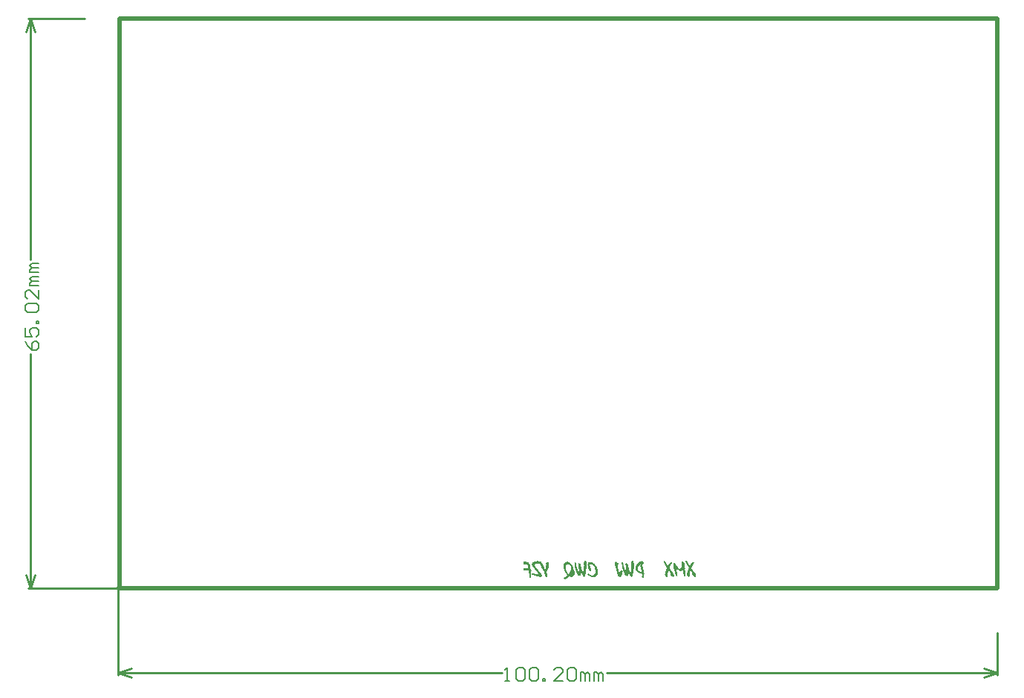
<source format=gbo>
G04*
G04 #@! TF.GenerationSoftware,Altium Limited,Altium Designer,20.0.13 (296)*
G04*
G04 Layer_Color=32896*
%FSLAX24Y24*%
%MOIN*%
G70*
G01*
G75*
%ADD10C,0.0100*%
%ADD17C,0.0060*%
%ADD18C,0.0200*%
G36*
X18843Y1213D02*
X18851Y1212D01*
X18857Y1210D01*
X18862Y1208D01*
X18866Y1207D01*
X18868Y1204D01*
X18869D01*
X18879Y1195D01*
X18886Y1185D01*
X18888Y1181D01*
X18890Y1177D01*
X18891Y1174D01*
Y1173D01*
X18892Y1168D01*
X18893Y1167D01*
Y1165D01*
X18898Y1158D01*
X18899Y1155D01*
Y1160D01*
Y1163D01*
Y1164D01*
X18900Y1175D01*
X18902Y1183D01*
X18906Y1188D01*
X18907Y1190D01*
X18913Y1195D01*
X18920Y1199D01*
X18927Y1200D01*
X18929D01*
X18934Y1199D01*
X18939Y1198D01*
X18942Y1195D01*
X18943Y1194D01*
X18950Y1187D01*
X18952Y1183D01*
X18953Y1182D01*
X18964Y1163D01*
X18974Y1148D01*
X18983Y1133D01*
X18990Y1121D01*
X18996Y1112D01*
X19000Y1105D01*
X19002Y1101D01*
X19003Y1100D01*
X19009Y1090D01*
X19013Y1083D01*
X19017Y1077D01*
X19019Y1073D01*
X19021Y1070D01*
X19022Y1069D01*
Y1068D01*
X19028Y1054D01*
X19033Y1043D01*
X19036Y1039D01*
X19038Y1036D01*
X19039Y1033D01*
Y1032D01*
X19044Y1021D01*
X19049Y1012D01*
X19052Y1007D01*
X19053Y1004D01*
X19058Y994D01*
X19061Y985D01*
X19063Y978D01*
X19064Y977D01*
Y975D01*
X19068Y967D01*
X19070Y960D01*
X19071Y956D01*
Y954D01*
X19076Y949D01*
X19077Y947D01*
X19078Y946D01*
X19081Y940D01*
X19082Y938D01*
Y937D01*
X19086Y928D01*
X19089Y921D01*
X19091Y916D01*
X19092Y914D01*
X19094Y909D01*
X19097Y904D01*
X19098Y901D01*
X19099Y900D01*
X19106Y884D01*
X19112Y871D01*
X19117Y861D01*
X19121Y852D01*
X19123Y846D01*
X19126Y841D01*
X19128Y839D01*
Y838D01*
X19130Y832D01*
X19132Y828D01*
Y825D01*
X19133Y827D01*
X19134Y830D01*
X19136Y831D01*
X19139Y836D01*
X19141Y839D01*
X19142Y840D01*
X19143Y841D01*
X19146Y853D01*
X19148Y863D01*
X19150Y873D01*
X19152Y881D01*
X19153Y889D01*
X19154Y893D01*
X19156Y897D01*
Y898D01*
X19159Y914D01*
X19161Y922D01*
X19162Y928D01*
X19163Y933D01*
Y937D01*
X19164Y939D01*
Y940D01*
X19167Y951D01*
X19168Y961D01*
X19170Y969D01*
X19171Y977D01*
X19172Y983D01*
Y988D01*
X19173Y990D01*
Y991D01*
X19174Y1007D01*
X19176Y1019D01*
Y1023D01*
Y1027D01*
Y1028D01*
Y1029D01*
X19177Y1034D01*
X19178Y1037D01*
Y1042D01*
Y1044D01*
Y1051D01*
X19177Y1060D01*
Y1067D01*
Y1068D01*
Y1069D01*
X19176Y1080D01*
X19174Y1089D01*
Y1093D01*
Y1094D01*
Y1104D01*
Y1113D01*
X19176Y1120D01*
Y1121D01*
Y1122D01*
Y1131D01*
X19177Y1138D01*
X19178Y1142D01*
Y1143D01*
X19181Y1153D01*
X19187Y1161D01*
X19190Y1167D01*
X19192Y1168D01*
X19201Y1173D01*
X19211Y1177D01*
X19216Y1178D01*
X19222D01*
X19232Y1172D01*
X19239Y1169D01*
X19244Y1165D01*
X19249Y1164D01*
X19251Y1163D01*
X19252Y1162D01*
X19271D01*
X19282Y1158D01*
X19289Y1152D01*
X19293Y1148D01*
X19294Y1147D01*
Y1145D01*
X19298Y1135D01*
X19299Y1125D01*
X19300Y1121D01*
Y1118D01*
Y1115D01*
Y1114D01*
Y1105D01*
Y1102D01*
Y1101D01*
Y1095D01*
X19299Y1090D01*
Y1085D01*
Y1084D01*
X19298Y1077D01*
X19297Y1071D01*
Y1068D01*
Y1067D01*
X19296Y1059D01*
Y1057D01*
Y1055D01*
X19288Y1047D01*
X19292Y1038D01*
X19289Y1019D01*
X19288Y1011D01*
X19287Y1004D01*
X19286Y999D01*
X19284Y994D01*
Y992D01*
Y991D01*
X19282Y978D01*
X19281Y967D01*
X19280Y960D01*
Y959D01*
Y958D01*
X19244Y836D01*
X19239Y823D01*
X19234Y813D01*
X19231Y806D01*
X19230Y804D01*
Y803D01*
X19226Y794D01*
X19222Y789D01*
X19221Y787D01*
Y786D01*
X19217Y772D01*
X19211Y762D01*
X19209Y758D01*
X19208Y754D01*
X19206Y752D01*
Y751D01*
X19197Y740D01*
X19188Y732D01*
X19181Y727D01*
X19180Y724D01*
X19179D01*
X19182Y717D01*
X19184Y710D01*
X19187Y704D01*
X19188Y703D01*
Y702D01*
X19190Y694D01*
X19193Y689D01*
X19194Y684D01*
X19196Y683D01*
X19201Y672D01*
X19204Y662D01*
X19207Y657D01*
X19208Y656D01*
Y654D01*
X19211Y646D01*
X19212Y638D01*
X19214Y632D01*
Y631D01*
Y630D01*
X19213Y623D01*
X19212Y622D01*
Y621D01*
X19212Y621D01*
X19218Y611D01*
X19223Y600D01*
X19226Y596D01*
X19227Y592D01*
X19228Y590D01*
Y589D01*
X19231Y577D01*
X19234Y564D01*
X19236Y560D01*
X19237Y557D01*
X19238Y554D01*
Y553D01*
X19240Y542D01*
X19241Y536D01*
Y531D01*
Y530D01*
X19240Y522D01*
X19237Y518D01*
X19234Y514D01*
X19233Y513D01*
X19227Y510D01*
X19220Y507D01*
X19216Y506D01*
X19213Y504D01*
X19208Y503D01*
X19202D01*
X19199Y502D01*
X19198D01*
X19192Y501D01*
X19187D01*
X19184Y500D01*
X19179D01*
X19172Y502D01*
X19159Y508D01*
X19152Y511D01*
X19147Y514D01*
X19143Y516D01*
X19142Y517D01*
X19131Y523D01*
X19123Y530D01*
X19118Y536D01*
X19114Y541D01*
X19111Y546D01*
X19110Y549D01*
Y550D01*
Y551D01*
X19111Y556D01*
X19113Y560D01*
X19116Y564D01*
X19117Y566D01*
X19120Y572D01*
X19121Y576D01*
X19122Y578D01*
Y581D01*
X19121Y586D01*
Y589D01*
Y591D01*
X19119Y600D01*
X19118Y607D01*
X19116Y611D01*
Y612D01*
X19111Y631D01*
X19109Y640D01*
X19107Y648D01*
X19104Y654D01*
X19102Y660D01*
X19101Y663D01*
Y664D01*
X19093Y684D01*
X19090Y694D01*
X19087Y702D01*
X19083Y709D01*
X19081Y714D01*
X19079Y718D01*
Y719D01*
X19050Y781D01*
Y788D01*
Y791D01*
Y793D01*
X19040Y809D01*
X19031Y822D01*
X19023Y834D01*
X19016Y846D01*
X19010Y856D01*
X19006Y862D01*
X19003Y867D01*
X19002Y868D01*
X18994Y880D01*
X18988Y891D01*
X18982Y901D01*
X18978Y910D01*
X18973Y917D01*
X18971Y922D01*
X18969Y926D01*
Y927D01*
X18966Y932D01*
X18963Y938D01*
X18962Y940D01*
Y941D01*
X18961Y946D01*
X18960Y949D01*
Y950D01*
Y951D01*
X18956Y956D01*
X18954Y957D01*
X18953Y958D01*
X18950Y962D01*
X18948Y966D01*
X18947Y969D01*
Y970D01*
X18946Y977D01*
Y982D01*
X18944Y987D01*
Y988D01*
X18943Y990D01*
X18940Y993D01*
X18938Y997D01*
X18937Y998D01*
X18931Y1013D01*
X18927Y1027D01*
X18926Y1032D01*
X18924Y1036D01*
X18923Y1038D01*
Y1039D01*
X18919Y1053D01*
X18914Y1065D01*
X18912Y1070D01*
X18911Y1074D01*
X18910Y1077D01*
Y1078D01*
X18907Y1092D01*
X18906Y1097D01*
X18906Y1097D01*
X18903Y1094D01*
X18902Y1093D01*
X18886Y1088D01*
X18866Y1090D01*
X18856Y1091D01*
X18848Y1092D01*
X18841D01*
X18836Y1093D01*
X18831D01*
X18823Y1092D01*
X18821Y1091D01*
X18820D01*
X18814Y1090D01*
X18808Y1089D01*
X18803Y1088D01*
X18801Y1087D01*
X18778Y1094D01*
X18773Y1093D01*
X18769Y1092D01*
X18767Y1091D01*
X18766D01*
X18757Y1088D01*
X18753Y1087D01*
X18752D01*
X18716Y1085D01*
X18711Y1084D01*
X18706Y1083D01*
X18701Y1082D01*
X18700Y1081D01*
X18692Y1079D01*
X18686Y1077D01*
X18680Y1074D01*
X18678Y1073D01*
X18669Y1070D01*
X18663Y1067D01*
X18660Y1064D01*
X18659Y1063D01*
X18656Y1061D01*
X18655Y1059D01*
X18653Y1058D01*
Y1053D01*
X18656Y1049D01*
X18660Y1038D01*
X18662Y1032D01*
X18665Y1028D01*
X18666Y1024D01*
X18667Y1023D01*
X18672Y1013D01*
X18678Y1002D01*
X18685Y991D01*
X18691Y981D01*
X18697Y971D01*
X18701Y963D01*
X18705Y959D01*
X18706Y957D01*
X18718Y939D01*
X18722Y931D01*
X18727Y924D01*
X18730Y919D01*
X18733Y914D01*
X18735Y912D01*
X18736Y911D01*
X18746Y896D01*
X18756Y881D01*
X18760Y874D01*
X18762Y870D01*
X18764Y867D01*
X18766Y866D01*
X18770Y862D01*
X18774Y859D01*
X18779Y854D01*
X18780Y853D01*
X18786Y848D01*
X18790Y843D01*
X18793Y840D01*
X18794Y839D01*
X18801Y829D01*
X18807Y821D01*
X18811Y816D01*
X18812Y813D01*
X18817Y807D01*
X18821Y801D01*
X18823Y798D01*
X18824Y797D01*
X18831Y788D01*
X18839Y779D01*
X18844Y772D01*
X18846Y770D01*
X18847Y769D01*
X18856Y757D01*
X18863Y747D01*
X18869Y740D01*
X18871Y739D01*
Y738D01*
X18882Y724D01*
X18890Y714D01*
X18896Y709D01*
X18898Y707D01*
X18904Y699D01*
X18910Y693D01*
X18914Y690D01*
X18916Y689D01*
X18922Y681D01*
X18928Y674D01*
X18932Y670D01*
X18933Y668D01*
X18939Y661D01*
X18943Y656D01*
X18946Y651D01*
X18947Y650D01*
X18958Y636D01*
X18966Y622D01*
X18969Y617D01*
X18970Y612D01*
X18972Y609D01*
Y608D01*
X18978Y591D01*
X18980Y577D01*
X18981Y570D01*
Y566D01*
Y562D01*
Y561D01*
X18980Y551D01*
X18978Y543D01*
X18976Y536D01*
X18972Y530D01*
X18969Y526D01*
X18966Y522D01*
X18964Y521D01*
X18963Y520D01*
X18956Y516D01*
X18948Y512D01*
X18931Y509D01*
X18923Y508D01*
X18918Y507D01*
X18912D01*
X18902Y508D01*
X18893Y509D01*
X18886Y510D01*
X18883D01*
X18870Y512D01*
X18858Y514D01*
X18852Y516D01*
X18848D01*
X18846Y517D01*
X18844D01*
X18834Y519D01*
X18826Y520D01*
X18819Y522D01*
X18817D01*
X18806Y526D01*
X18796Y529D01*
X18791Y530D01*
X18788D01*
X18786Y531D01*
X18785D01*
X18767Y536D01*
X18759Y538D01*
X18752Y540D01*
X18747Y542D01*
X18742Y543D01*
X18740Y544D01*
X18739D01*
X18726Y550D01*
X18716Y553D01*
X18710Y554D01*
X18708Y556D01*
X18698Y558D01*
X18690Y560D01*
X18685Y561D01*
X18682D01*
X18673Y563D01*
X18666Y566D01*
X18661Y567D01*
X18660D01*
X18647Y570D01*
X18635Y574D01*
X18622Y578D01*
X18612Y580D01*
X18605Y583D01*
X18598Y584D01*
X18593Y587D01*
X18592D01*
X18569Y596D01*
X18558Y600D01*
X18548Y604D01*
X18539Y609D01*
X18532Y612D01*
X18528Y613D01*
X18527Y614D01*
Y621D01*
X18528Y624D01*
X18529Y627D01*
Y628D01*
X18531Y633D01*
X18532Y636D01*
X18536Y642D01*
X18538Y649D01*
X18540Y653D01*
X18541Y654D01*
X18545Y662D01*
X18548Y668D01*
X18550Y672D01*
X18551Y674D01*
X18560Y672D01*
X18566Y670D01*
X18570Y669D01*
X18571D01*
X18576Y668D01*
X18580Y667D01*
X18585Y666D01*
X18586D01*
X18590Y664D01*
X18595Y662D01*
X18597Y661D01*
X18598D01*
X18605Y659D01*
X18607Y658D01*
X18608D01*
X18621Y654D01*
X18632Y651D01*
X18639Y650D01*
X18640Y649D01*
X18641D01*
X18650Y648D01*
X18657Y647D01*
X18661Y646D01*
X18663D01*
X18677Y641D01*
X18689Y638D01*
X18693Y637D01*
X18698D01*
X18700Y636D01*
X18701D01*
X18716Y633D01*
X18729Y632D01*
X18750D01*
X18756Y631D01*
X18760Y630D01*
X18762D01*
X18770Y629D01*
X18778Y628D01*
X18782Y627D01*
X18785Y626D01*
X18799Y630D01*
X18809Y629D01*
X18828D01*
X18832Y630D01*
X18836Y631D01*
X18837D01*
X18845Y629D01*
X18843Y633D01*
X18840Y640D01*
X18838Y641D01*
Y642D01*
X18833Y649D01*
X18828Y657D01*
X18816Y671D01*
X18810Y677D01*
X18807Y682D01*
X18803Y686D01*
X18802Y687D01*
X18793Y698D01*
X18786Y708D01*
X18778Y716D01*
X18772Y723D01*
X18768Y728D01*
X18764Y732D01*
X18763Y734D01*
X18762Y736D01*
X18753Y748D01*
X18748Y756D01*
X18746Y761D01*
X18744Y762D01*
X18740Y774D01*
X18732Y781D01*
X18730Y783D01*
X18729Y784D01*
X18724Y789D01*
X18720Y792D01*
X18718Y794D01*
X18717Y796D01*
X18712Y802D01*
X18707Y809D01*
X18702Y814D01*
X18700Y816D01*
Y817D01*
X18689Y830D01*
X18678Y842D01*
X18673Y848D01*
X18669Y852D01*
X18667Y856D01*
X18666Y857D01*
X18655Y870D01*
X18647Y881D01*
X18645Y886D01*
X18642Y889D01*
X18640Y890D01*
Y891D01*
X18632Y901D01*
X18627Y910D01*
X18623Y916D01*
X18622Y918D01*
X18621Y922D01*
X18620Y923D01*
X18618Y926D01*
X18617D01*
X18609Y932D01*
X18603Y938D01*
X18600Y942D01*
X18599Y943D01*
X18595Y949D01*
X18591Y953D01*
X18590Y957D01*
X18589Y958D01*
X18582Y966D01*
X18577Y972D01*
X18573Y977D01*
X18572Y979D01*
X18569Y984D01*
X18566Y989D01*
X18565Y992D01*
X18563Y993D01*
X18560Y999D01*
X18559Y1003D01*
X18558Y1006D01*
Y1007D01*
X18552Y1022D01*
X18547Y1031D01*
X18543Y1039D01*
X18541Y1045D01*
X18540Y1047D01*
Y1048D01*
X18538Y1059D01*
X18536Y1069D01*
Y1073D01*
Y1075D01*
Y1078D01*
Y1079D01*
X18537Y1088D01*
X18538Y1094D01*
X18539Y1100D01*
X18540Y1102D01*
X18543Y1111D01*
X18548Y1120D01*
X18551Y1125D01*
X18552Y1127D01*
Y1128D01*
X18559Y1139D01*
X18567Y1148D01*
X18573Y1153D01*
X18575Y1155D01*
X18576D01*
X18587Y1164D01*
X18598Y1171D01*
X18603Y1173D01*
X18607Y1174D01*
X18609Y1175D01*
X18610D01*
X18619Y1180D01*
X18627Y1182D01*
X18631Y1184D01*
X18633Y1185D01*
X18640Y1190D01*
X18646Y1192D01*
X18649Y1194D01*
X18650Y1195D01*
X18662Y1198D01*
X18672Y1199D01*
X18678Y1200D01*
X18680D01*
X18688Y1201D01*
X18693Y1202D01*
X18699D01*
X18720Y1207D01*
X18730Y1208D01*
X18739Y1210D01*
X18746Y1211D01*
X18751Y1212D01*
X18756Y1213D01*
X18757D01*
X18764Y1212D01*
X18768Y1211D01*
X18769D01*
X18773Y1210D01*
X18777Y1209D01*
X18779Y1208D01*
X18780D01*
X18785Y1211D01*
X18792Y1212D01*
X18799Y1213D01*
X18803Y1214D01*
X18806D01*
X18813Y1215D01*
X18826D01*
X18843Y1213D01*
D02*
G37*
G36*
X18223Y1192D02*
X18228Y1191D01*
X18229D01*
X18235Y1190D01*
X18240Y1189D01*
X18243Y1188D01*
X18245D01*
X18247Y1189D01*
X18249D01*
X18251Y1190D01*
X18252D01*
X18259Y1192D01*
X18262D01*
X18277Y1188D01*
X18280Y1189D01*
X18283Y1190D01*
X18287Y1191D01*
X18288D01*
X18310Y1184D01*
X18330Y1177D01*
X18347Y1169D01*
X18361Y1160D01*
X18371Y1153D01*
X18379Y1148D01*
X18385Y1143D01*
X18386Y1142D01*
X18397Y1130D01*
X18407Y1118D01*
X18416Y1108D01*
X18422Y1098D01*
X18428Y1090D01*
X18432Y1084D01*
X18435Y1080D01*
X18436Y1079D01*
X18447Y1057D01*
X18451Y1045D01*
X18455Y1036D01*
X18457Y1027D01*
X18459Y1020D01*
X18460Y1015D01*
Y1014D01*
X18462Y1001D01*
X18465Y989D01*
X18466Y983D01*
Y979D01*
X18467Y977D01*
Y975D01*
X18466Y968D01*
Y964D01*
Y963D01*
X18465Y960D01*
X18463Y959D01*
X18465Y953D01*
X18467Y949D01*
X18468Y947D01*
Y946D01*
X18470Y939D01*
X18471Y930D01*
X18472Y923D01*
X18473Y922D01*
Y921D01*
X18475Y907D01*
X18476Y892D01*
X18477Y887D01*
Y881D01*
Y878D01*
Y877D01*
X18478Y869D01*
X18479Y861D01*
Y856D01*
X18480Y851D01*
X18481Y846D01*
X18482Y843D01*
X18485Y838D01*
X18486Y833D01*
X18487Y831D01*
X18488D01*
X18497Y826D01*
X18500Y823D01*
X18501Y822D01*
X18506Y818D01*
X18510Y813D01*
X18512Y809D01*
X18513Y808D01*
X18519Y800D01*
X18520Y797D01*
X18521Y796D01*
X18525Y790D01*
X18528Y783D01*
X18530Y779D01*
X18531Y778D01*
Y777D01*
X18529Y764D01*
X18517Y758D01*
X18510Y759D01*
X18507Y760D01*
X18505Y761D01*
X18503D01*
X18498Y763D01*
X18496D01*
X18490Y766D01*
Y768D01*
X18486D01*
X18489Y767D01*
X18490Y766D01*
Y764D01*
X18491Y761D01*
X18492Y759D01*
Y758D01*
X18493Y751D01*
Y749D01*
Y748D01*
Y743D01*
X18492Y739D01*
Y736D01*
Y733D01*
X18491Y728D01*
Y724D01*
Y722D01*
X18495Y703D01*
X18496Y694D01*
X18497Y687D01*
X18498Y680D01*
Y674D01*
X18499Y671D01*
Y670D01*
X18498Y658D01*
X18497Y649D01*
X18496Y642D01*
Y641D01*
Y640D01*
X18497Y630D01*
Y621D01*
Y616D01*
Y614D01*
Y613D01*
X18498Y606D01*
Y600D01*
X18499Y596D01*
Y594D01*
X18500Y590D01*
Y587D01*
Y584D01*
Y583D01*
Y576D01*
X18499Y568D01*
Y561D01*
Y559D01*
Y558D01*
X18498Y547D01*
X18497Y539D01*
Y534D01*
Y533D01*
Y520D01*
Y511D01*
Y504D01*
Y503D01*
Y502D01*
Y494D01*
X18496Y489D01*
Y487D01*
Y486D01*
X18491Y474D01*
X18487Y466D01*
X18482Y461D01*
X18481Y459D01*
X18473Y453D01*
X18465Y451D01*
X18458Y450D01*
X18440D01*
X18433Y460D01*
X18429Y468D01*
X18427Y472D01*
X18426Y474D01*
X18423Y481D01*
X18421Y488D01*
Y492D01*
Y493D01*
Y520D01*
X18420Y531D01*
Y542D01*
Y551D01*
X18419Y558D01*
Y562D01*
Y563D01*
X18417Y590D01*
X18416Y602D01*
X18413Y613D01*
X18412Y623D01*
X18411Y631D01*
X18410Y636D01*
Y638D01*
Y644D01*
X18411Y647D01*
Y648D01*
Y653D01*
Y654D01*
X18402Y711D01*
X18406Y726D01*
X18401Y742D01*
X18400Y750D01*
X18398Y757D01*
X18397Y762D01*
X18396Y767D01*
X18393Y772D01*
Y773D01*
X18391Y778D01*
X18390Y780D01*
Y781D01*
X18383Y780D01*
X18369D01*
X18363Y781D01*
X18360Y782D01*
X18359D01*
X18353Y784D01*
X18349Y787D01*
X18347Y788D01*
X18346Y789D01*
X18339D01*
X18331Y790D01*
X18325Y791D01*
X18322D01*
X18311Y793D01*
X18303Y794D01*
X18288D01*
X18279Y796D01*
X18270D01*
X18260Y798D01*
X18252Y799D01*
X18248Y801D01*
X18246D01*
X18227Y797D01*
X18219Y794D01*
X18212Y793D01*
X18208Y792D01*
X18203Y791D01*
X18201Y790D01*
X18200D01*
X18187Y788D01*
X18177Y787D01*
X18169D01*
X18162Y798D01*
X18157Y808D01*
X18153Y813D01*
X18152Y816D01*
X18151Y830D01*
Y841D01*
X18150Y848D01*
Y850D01*
Y854D01*
X18149Y858D01*
Y862D01*
Y864D01*
X18150Y871D01*
X18151Y877D01*
X18158Y886D01*
X18163Y891D01*
X18166Y893D01*
X18167D01*
X18173Y897D01*
X18182Y899D01*
X18198Y902D01*
X18205Y903D01*
X18216D01*
X18228Y901D01*
X18238Y899D01*
X18242Y898D01*
X18246D01*
X18247Y897D01*
X18277D01*
X18289Y893D01*
X18299Y891D01*
X18307Y890D01*
X18308Y889D01*
X18309D01*
X18320Y887D01*
X18329Y886D01*
X18337Y884D01*
X18339D01*
X18352Y881D01*
X18362Y878D01*
X18369Y876D01*
X18370Y874D01*
X18371D01*
X18379Y872D01*
X18383Y871D01*
Y872D01*
Y873D01*
Y877D01*
X18382Y880D01*
X18381Y882D01*
Y883D01*
X18379Y888D01*
X18378Y891D01*
Y892D01*
Y893D01*
X18373Y914D01*
X18369Y932D01*
X18366Y949D01*
X18362Y961D01*
X18360Y972D01*
X18358Y980D01*
X18357Y984D01*
Y985D01*
X18353Y997D01*
X18351Y1006D01*
X18349Y1012D01*
X18347Y1018D01*
X18346Y1020D01*
Y1022D01*
X18345Y1023D01*
X18341Y1031D01*
X18338Y1038D01*
X18333Y1048D01*
X18331Y1053D01*
X18330Y1055D01*
X18328Y1060D01*
X18325Y1063D01*
X18315Y1068D01*
X18311Y1070D01*
X18307Y1071D01*
X18305Y1072D01*
X18303D01*
X18295Y1074D01*
X18288Y1075D01*
X18283Y1077D01*
X18281D01*
X18275Y1078D01*
X18269Y1079D01*
X18266D01*
X18259Y1078D01*
X18251D01*
X18247Y1077D01*
X18245D01*
X18230Y1083D01*
X18223Y1080D01*
X18217Y1077D01*
X18211Y1074D01*
X18209Y1073D01*
X18198Y1069D01*
X18189Y1065D01*
X18181Y1063D01*
X18180Y1062D01*
X18179D01*
X18170Y1064D01*
X18165Y1069D01*
X18161Y1072D01*
X18160Y1074D01*
X18157Y1084D01*
X18153Y1094D01*
X18152Y1099D01*
Y1102D01*
X18151Y1104D01*
Y1105D01*
X18150Y1115D01*
X18149Y1123D01*
X18148Y1129D01*
Y1131D01*
X18147Y1140D01*
X18146Y1147D01*
Y1151D01*
Y1152D01*
X18147Y1160D01*
X18149Y1165D01*
X18155Y1175D01*
X18161Y1181D01*
X18163Y1183D01*
X18165D01*
X18171Y1187D01*
X18180Y1189D01*
X18196Y1192D01*
X18203Y1193D01*
X18219D01*
X18223Y1192D01*
D02*
G37*
G36*
X20948Y1219D02*
X20957Y1215D01*
X20962Y1212D01*
X20965Y1210D01*
X20971Y1201D01*
X20976Y1191D01*
X20977Y1187D01*
X20978Y1183D01*
X20979Y1181D01*
Y1180D01*
X20983Y1155D01*
X20988Y1133D01*
X20991Y1112D01*
X20993Y1093D01*
X20996Y1079D01*
X20998Y1067D01*
Y1062D01*
X20999Y1059D01*
Y1058D01*
Y1057D01*
X21001Y1035D01*
X21002Y1014D01*
X21003Y996D01*
Y979D01*
X21004Y964D01*
Y954D01*
Y950D01*
Y947D01*
Y945D01*
Y944D01*
Y930D01*
X21003Y919D01*
Y914D01*
Y911D01*
Y910D01*
Y909D01*
X21001Y899D01*
X20999Y891D01*
X20998Y886D01*
X20997Y883D01*
X20983Y873D01*
X20981Y871D01*
X20980Y867D01*
X20979Y863D01*
Y862D01*
X20978Y856D01*
X20977Y848D01*
Y841D01*
Y840D01*
Y839D01*
X20976Y826D01*
Y816D01*
X20975Y809D01*
Y808D01*
Y807D01*
X20973Y800D01*
Y794D01*
X20972Y792D01*
Y791D01*
X20969Y786D01*
X20968Y781D01*
X20967Y779D01*
Y778D01*
X20965Y772D01*
Y770D01*
Y769D01*
X20963Y764D01*
Y760D01*
Y757D01*
Y756D01*
X20962Y750D01*
Y746D01*
Y742D01*
Y741D01*
X20960Y727D01*
X20958Y714D01*
Y710D01*
X20957Y708D01*
Y706D01*
Y704D01*
X20956Y694D01*
X20954Y686D01*
X20953Y681D01*
Y679D01*
X20950Y666D01*
X20947Y657D01*
X20946Y651D01*
X20944Y649D01*
X20942Y642D01*
X20940Y638D01*
X20939Y636D01*
Y634D01*
Y632D01*
X20940Y629D01*
X20941Y626D01*
X20942Y624D01*
X20939Y611D01*
X20936Y601D01*
X20935Y597D01*
Y593D01*
X20933Y591D01*
Y590D01*
X20930Y579D01*
X20928Y570D01*
X20926Y564D01*
Y563D01*
Y562D01*
X20922Y553D01*
X20920Y546D01*
X20917Y539D01*
X20914Y532D01*
X20912Y528D01*
X20910Y524D01*
X20909Y523D01*
Y522D01*
X20906Y518D01*
X20901Y514D01*
X20894Y510D01*
X20889Y508D01*
X20887D01*
X20873Y509D01*
X20863Y513D01*
X20859Y514D01*
X20856Y517D01*
X20855Y518D01*
X20853D01*
X20843Y527D01*
X20835Y537D01*
X20831Y541D01*
X20829Y544D01*
X20827Y547D01*
Y548D01*
X20816Y572D01*
X20811Y583D01*
X20807Y592D01*
X20803Y601D01*
X20800Y607D01*
X20799Y611D01*
X20798Y612D01*
X20793Y622D01*
X20790Y632D01*
X20786Y640D01*
X20783Y647D01*
X20781Y652D01*
X20779Y656D01*
X20778Y658D01*
Y659D01*
X20776Y664D01*
X20773Y670D01*
X20771Y677D01*
Y679D01*
Y680D01*
X20767Y690D01*
X20762Y699D01*
X20759Y707D01*
X20756Y713D01*
X20752Y718D01*
X20751Y721D01*
X20749Y723D01*
Y724D01*
X20746Y730D01*
X20743Y736D01*
X20742Y744D01*
Y741D01*
X20741Y731D01*
Y727D01*
X20740Y723D01*
Y721D01*
Y720D01*
X20739Y709D01*
X20738Y701D01*
X20737Y697D01*
Y694D01*
X20736Y679D01*
X20735Y664D01*
X20733Y659D01*
Y654D01*
Y652D01*
Y651D01*
X20732Y636D01*
X20731Y622D01*
X20730Y618D01*
Y613D01*
Y611D01*
Y610D01*
X20728Y599D01*
X20725Y590D01*
X20722Y581D01*
X20719Y574D01*
X20717Y569D01*
X20715Y566D01*
X20712Y563D01*
Y562D01*
X20707Y557D01*
X20701Y552D01*
X20695Y550D01*
X20689Y548D01*
X20683Y547D01*
X20679Y546D01*
X20676D01*
X20671Y547D01*
X20667Y548D01*
X20663Y549D01*
X20662D01*
X20657Y551D01*
X20652Y553D01*
X20649Y556D01*
X20642D01*
X20637Y557D01*
X20633Y558D01*
X20632D01*
X20627Y560D01*
X20623Y562D01*
X20621Y564D01*
X20620Y566D01*
X20610Y571D01*
X20608Y572D01*
X20607Y574D01*
X20602Y580D01*
X20599Y586D01*
X20598Y587D01*
Y588D01*
X20591Y600D01*
X20586Y612D01*
X20583Y618D01*
X20581Y622D01*
X20579Y626D01*
Y627D01*
X20576Y636D01*
X20572Y643D01*
X20570Y650D01*
X20568Y656D01*
X20566Y660D01*
X20565Y663D01*
X20563Y664D01*
Y666D01*
X20559Y674D01*
X20557Y681D01*
X20555Y686D01*
Y687D01*
X20551Y697D01*
X20549Y704D01*
X20547Y710D01*
Y711D01*
X20543Y718D01*
X20540Y722D01*
X20538Y726D01*
X20537Y727D01*
X20532Y743D01*
X20530Y750D01*
X20529Y756D01*
X20528Y760D01*
X20527Y763D01*
X20526Y764D01*
Y766D01*
X20522Y776D01*
X20519Y782D01*
X20518Y787D01*
X20517Y788D01*
X20513Y802D01*
X20511Y812D01*
X20509Y819D01*
Y821D01*
X20507Y829D01*
X20505Y834D01*
X20503Y837D01*
Y838D01*
X20498Y851D01*
X20495Y861D01*
X20492Y868D01*
X20491Y869D01*
Y870D01*
X20488Y879D01*
X20486Y886D01*
X20485Y890D01*
Y891D01*
X20482Y897D01*
X20480Y903D01*
X20478Y910D01*
Y911D01*
Y912D01*
X20477Y919D01*
X20475Y926D01*
X20472Y940D01*
X20471Y945D01*
X20470Y951D01*
X20469Y954D01*
Y956D01*
X20467Y966D01*
X20466Y974D01*
X20463Y982D01*
X20462Y989D01*
X20461Y993D01*
Y997D01*
X20460Y999D01*
Y1000D01*
X20458Y1011D01*
X20456Y1019D01*
X20453Y1024D01*
Y1025D01*
X20460Y1049D01*
X20459Y1050D01*
X20458Y1052D01*
X20457Y1054D01*
Y1055D01*
X20453Y1063D01*
X20451Y1065D01*
Y1067D01*
X20450Y1073D01*
X20449Y1082D01*
X20448Y1089D01*
Y1090D01*
Y1091D01*
X20447Y1105D01*
X20446Y1121D01*
Y1127D01*
Y1132D01*
Y1135D01*
Y1137D01*
Y1145D01*
X20447Y1152D01*
X20448Y1157D01*
X20449Y1158D01*
X20452Y1163D01*
X20458Y1165D01*
X20462Y1167D01*
X20469D01*
X20472Y1164D01*
X20480Y1160D01*
X20486Y1155D01*
X20487Y1154D01*
X20488Y1153D01*
X20497Y1143D01*
X20506Y1132D01*
X20509Y1128D01*
X20511Y1123D01*
X20512Y1121D01*
X20513Y1120D01*
X20516Y1111D01*
X20517Y1104D01*
X20518Y1099D01*
X20519Y1098D01*
X20520Y1091D01*
X20522Y1087D01*
X20523Y1083D01*
Y1082D01*
X20517Y1061D01*
X20522Y1043D01*
X20525Y1035D01*
X20527Y1028D01*
X20528Y1022D01*
X20529Y1018D01*
X20530Y1015D01*
Y1014D01*
X20533Y1000D01*
X20537Y989D01*
X20538Y984D01*
X20539Y981D01*
X20540Y980D01*
Y979D01*
X20546Y959D01*
X20548Y950D01*
X20551Y943D01*
X20552Y937D01*
X20555Y932D01*
X20556Y930D01*
Y929D01*
X20561Y913D01*
X20566Y901D01*
X20567Y896D01*
X20569Y892D01*
X20570Y890D01*
Y889D01*
X20571Y879D01*
X20572Y872D01*
X20573Y867D01*
Y866D01*
X20576Y860D01*
X20578Y857D01*
X20579Y854D01*
X20580Y853D01*
X20587Y833D01*
X20590Y824D01*
X20592Y816D01*
X20596Y809D01*
X20597Y802D01*
X20599Y799D01*
Y798D01*
X20606Y776D01*
X20609Y766D01*
X20612Y757D01*
X20616Y749D01*
X20618Y742D01*
X20619Y738D01*
X20620Y737D01*
X20626Y723D01*
X20630Y712D01*
X20633Y703D01*
X20637Y696D01*
X20640Y690D01*
X20642Y686D01*
X20643Y683D01*
Y682D01*
X20645Y679D01*
X20646Y688D01*
Y699D01*
Y703D01*
Y707D01*
Y709D01*
Y710D01*
Y722D01*
Y732D01*
Y739D01*
Y740D01*
Y741D01*
Y747D01*
Y753D01*
Y768D01*
X20647Y773D01*
Y779D01*
Y782D01*
Y783D01*
X20648Y797D01*
Y807D01*
X20649Y813D01*
Y816D01*
Y826D01*
Y837D01*
Y840D01*
Y843D01*
Y846D01*
Y847D01*
Y849D01*
X20648Y852D01*
X20647Y856D01*
Y857D01*
X20645Y866D01*
X20643Y874D01*
X20641Y881D01*
Y883D01*
Y884D01*
X20639Y899D01*
X20637Y911D01*
Y916D01*
X20636Y919D01*
Y920D01*
Y921D01*
X20635Y932D01*
X20633Y941D01*
Y947D01*
Y949D01*
X20629Y967D01*
X20627Y983D01*
X20623Y997D01*
X20621Y1009D01*
X20620Y1018D01*
X20619Y1025D01*
X20618Y1030D01*
Y1031D01*
X20616Y1043D01*
X20615Y1053D01*
X20613Y1061D01*
Y1068D01*
X20612Y1073D01*
Y1077D01*
Y1079D01*
Y1080D01*
X20613Y1089D01*
X20616Y1097D01*
X20618Y1101D01*
X20619Y1103D01*
X20621Y1107D01*
X20625Y1110D01*
X20632Y1115D01*
X20639Y1120D01*
X20641Y1121D01*
X20642D01*
X20688Y1103D01*
X20693Y1101D01*
X20698Y1098D01*
X20706Y1091D01*
X20711Y1084D01*
X20713Y1082D01*
Y1081D01*
X20720Y1068D01*
X20725Y1053D01*
X20727Y1047D01*
X20728Y1042D01*
X20729Y1039D01*
Y1038D01*
X20736Y1004D01*
X20741Y974D01*
X20748Y947D01*
X20753Y923D01*
X20756Y913D01*
X20758Y904D01*
X20760Y897D01*
X20761Y891D01*
X20762Y886D01*
X20763Y882D01*
X20765Y880D01*
Y879D01*
X20771Y856D01*
X20779Y834D01*
X20786Y817D01*
X20791Y801D01*
X20797Y789D01*
X20801Y780D01*
X20803Y774D01*
X20805Y772D01*
X20808Y760D01*
X20811Y751D01*
X20813Y744D01*
X20815Y743D01*
Y742D01*
X20818Y734D01*
X20820Y728D01*
X20821Y723D01*
X20822Y722D01*
X20852Y668D01*
Y669D01*
X20853Y679D01*
X20855Y690D01*
X20857Y702D01*
X20858Y712D01*
X20859Y717D01*
X20860Y720D01*
Y721D01*
Y722D01*
X20862Y733D01*
X20863Y744D01*
X20866Y753D01*
X20867Y761D01*
X20869Y774D01*
X20870Y783D01*
Y790D01*
X20871Y794D01*
Y797D01*
Y833D01*
X20872Y840D01*
X20873Y846D01*
X20875Y849D01*
Y850D01*
X20876Y857D01*
X20877Y858D01*
Y859D01*
Y863D01*
Y866D01*
Y870D01*
Y876D01*
Y880D01*
Y882D01*
X20876Y893D01*
Y904D01*
Y909D01*
Y913D01*
Y916D01*
Y917D01*
X20875Y929D01*
Y939D01*
Y944D01*
Y947D01*
Y956D01*
Y963D01*
X20876Y969D01*
Y971D01*
Y981D01*
Y990D01*
X20877Y996D01*
Y997D01*
Y998D01*
X20878Y1008D01*
X20879Y1014D01*
X20880Y1020D01*
Y1021D01*
X20879Y1025D01*
X20878Y1030D01*
X20877Y1033D01*
Y1034D01*
X20873Y1054D01*
Y1063D01*
X20872Y1071D01*
X20871Y1078D01*
Y1083D01*
Y1087D01*
Y1088D01*
X20869Y1107D01*
X20868Y1117D01*
X20867Y1124D01*
X20866Y1132D01*
X20865Y1138D01*
Y1141D01*
Y1142D01*
X20866Y1145D01*
X20867Y1150D01*
X20868Y1153D01*
X20869Y1154D01*
X20872Y1162D01*
X20876Y1169D01*
X20878Y1174D01*
X20879Y1177D01*
X20883Y1183D01*
X20887Y1189D01*
X20889Y1192D01*
X20890Y1193D01*
X20893Y1199D01*
X20897Y1203D01*
X20899Y1205D01*
X20900Y1207D01*
X20905Y1211D01*
X20910Y1214D01*
X20913Y1215D01*
X20916Y1217D01*
X20922Y1219D01*
X20929Y1221D01*
X20937D01*
X20948Y1219D01*
D02*
G37*
G36*
X20140Y1187D02*
X20155Y1184D01*
X20160Y1183D01*
X20165Y1182D01*
X20167Y1181D01*
X20168D01*
X20182Y1177D01*
X20195Y1171D01*
X20200Y1169D01*
X20203Y1168D01*
X20206Y1165D01*
X20207D01*
X20217Y1160D01*
X20227Y1153D01*
X20231Y1150D01*
X20235Y1148D01*
X20237Y1147D01*
X20238Y1145D01*
X20251Y1135D01*
X20263Y1127D01*
X20268Y1122D01*
X20272Y1120D01*
X20275Y1118D01*
X20276Y1117D01*
X20293Y1101D01*
X20308Y1084D01*
X20321Y1069D01*
X20332Y1055D01*
X20341Y1043D01*
X20348Y1034D01*
X20352Y1028D01*
X20353Y1027D01*
Y1025D01*
X20363Y1008D01*
X20371Y990D01*
X20377Y972D01*
X20381Y957D01*
X20385Y943D01*
X20387Y932D01*
X20389Y926D01*
Y924D01*
Y923D01*
X20391Y907D01*
X20393Y892D01*
Y886D01*
X20395Y881D01*
Y878D01*
Y877D01*
Y871D01*
X20393Y867D01*
Y862D01*
Y861D01*
X20392Y857D01*
X20391Y853D01*
Y851D01*
Y840D01*
Y831D01*
X20392Y823D01*
Y822D01*
Y821D01*
X20392Y812D01*
X20392Y812D01*
X20393D01*
X20401Y814D01*
X20406D01*
X20411Y813D01*
X20417Y812D01*
X20426Y808D01*
X20430Y802D01*
X20432Y801D01*
Y800D01*
X20438Y788D01*
X20442Y776D01*
X20443Y770D01*
X20445Y766D01*
X20446Y762D01*
Y761D01*
X20447Y750D01*
X20449Y740D01*
X20450Y732D01*
Y731D01*
Y730D01*
X20451Y718D01*
X20452Y707D01*
X20453Y701D01*
Y698D01*
Y696D01*
Y694D01*
X20452Y690D01*
X20453D01*
Y688D01*
X20455Y686D01*
Y684D01*
X20456Y680D01*
X20457Y676D01*
Y672D01*
Y671D01*
X20456Y663D01*
X20455Y657D01*
X20453Y652D01*
Y650D01*
X20450Y634D01*
X20447Y621D01*
X20443Y610D01*
X20440Y600D01*
X20438Y592D01*
X20436Y586D01*
X20433Y582D01*
Y581D01*
X20429Y572D01*
X20425Y564D01*
X20420Y559D01*
X20416Y554D01*
X20411Y551D01*
X20408Y549D01*
X20407Y547D01*
X20406D01*
X20399Y541D01*
X20398Y540D01*
X20397Y539D01*
X20391Y537D01*
X20389Y536D01*
X20382Y530D01*
X20381Y529D01*
X20380Y528D01*
X20377Y524D01*
X20372Y521D01*
X20369Y518D01*
X20368Y517D01*
X20356Y514D01*
X20347Y512D01*
X20342Y511D01*
X20340Y510D01*
X20333Y509D01*
X20327Y507D01*
X20322Y506D01*
X20321D01*
X20308Y507D01*
X20296Y508D01*
X20286Y509D01*
X20276Y510D01*
X20268Y511D01*
X20261Y513D01*
X20250Y516D01*
X20243Y518D01*
X20239Y520D01*
X20237Y521D01*
X20233Y524D01*
X20231Y528D01*
X20230Y531D01*
Y532D01*
X20226Y530D01*
X20222Y528D01*
X20220Y527D01*
X20209Y517D01*
X20199Y508D01*
X20191Y500D01*
X20183Y493D01*
X20177Y488D01*
X20172Y484D01*
X20170Y482D01*
X20169Y481D01*
X20153Y469D01*
X20142Y459D01*
X20138Y456D01*
X20135Y453D01*
X20133Y451D01*
X20132D01*
X20123Y446D01*
X20117Y441D01*
X20112Y438D01*
X20110Y437D01*
X20103Y432D01*
X20099Y430D01*
X20096Y428D01*
X20095D01*
X20088Y423D01*
X20081Y421D01*
X20077Y419D01*
X20075D01*
X20065Y416D01*
X20055Y410D01*
X20048Y407D01*
X20047Y404D01*
X20046D01*
X20039Y402D01*
X20033Y401D01*
X20029D01*
X20023Y400D01*
X20015D01*
X20007Y403D01*
X20001Y407D01*
X19997Y409D01*
X19992Y412D01*
X19988Y416D01*
X19987Y417D01*
X19981Y422D01*
X19976Y427D01*
X19971Y430D01*
X19970Y431D01*
X19968Y442D01*
X19969Y448D01*
X19972Y452D01*
X19976Y457D01*
X19977Y458D01*
X19983Y463D01*
X19991Y470D01*
X19997Y474D01*
X19998Y476D01*
X19999D01*
X20008Y482D01*
X20015Y488D01*
X20020Y492D01*
X20021Y493D01*
X20028Y498D01*
X20032Y502D01*
X20037Y504D01*
X20038Y506D01*
X20052Y514D01*
X20063Y521D01*
X20067Y524D01*
X20070Y526D01*
X20071Y528D01*
X20072D01*
X20081Y534D01*
X20087Y541D01*
X20090Y546D01*
X20091Y547D01*
X20097Y553D01*
X20101Y558D01*
X20103Y560D01*
X20105Y561D01*
X20111Y568D01*
X20113Y570D01*
X20115Y571D01*
X20122Y578D01*
X20127Y582D01*
X20130Y584D01*
X20131Y586D01*
X20133Y588D01*
X20135Y589D01*
X20136Y588D01*
X20125Y601D01*
X20115Y612D01*
X20107Y623D01*
X20099Y633D01*
X20092Y640D01*
X20088Y647D01*
X20086Y650D01*
X20085Y651D01*
X20077Y661D01*
X20069Y671D01*
X20063Y679D01*
X20058Y686D01*
X20053Y691D01*
X20050Y694D01*
X20049Y697D01*
X20048Y698D01*
X20040Y710D01*
X20035Y719D01*
X20031Y726D01*
X20030Y727D01*
Y728D01*
X20026Y737D01*
X20022Y744D01*
X20021Y749D01*
X20020Y750D01*
X20017Y756D01*
X20013Y760D01*
X20012Y763D01*
X20011Y764D01*
X20008Y771D01*
X20005Y777D01*
X20002Y781D01*
X20001Y783D01*
X19996Y792D01*
X19992Y799D01*
X19991Y803D01*
X19990Y804D01*
X19988Y811D01*
X19987Y816D01*
X19986Y819D01*
Y820D01*
Y824D01*
X19985Y830D01*
X19983Y834D01*
Y836D01*
X19982Y840D01*
X19980Y844D01*
X19978Y856D01*
X19977Y860D01*
X19976Y864D01*
X19975Y867D01*
Y868D01*
X19971Y874D01*
X19969Y882D01*
X19968Y887D01*
Y889D01*
X19967Y898D01*
X19966Y904D01*
X19965Y909D01*
Y910D01*
Y914D01*
X19963Y920D01*
Y923D01*
Y926D01*
X19962Y934D01*
X19961Y944D01*
Y949D01*
X19960Y952D01*
Y954D01*
Y956D01*
X19959Y966D01*
Y973D01*
X19958Y979D01*
Y981D01*
X19957Y990D01*
Y997D01*
Y1001D01*
Y1002D01*
Y1017D01*
X19959Y1030D01*
X19960Y1042D01*
X19962Y1053D01*
X19965Y1061D01*
X19966Y1068D01*
X19968Y1072D01*
Y1073D01*
X19977Y1097D01*
X19982Y1107D01*
X19987Y1114D01*
X19991Y1122D01*
X19996Y1128D01*
X19998Y1131D01*
X19999Y1132D01*
X20008Y1142D01*
X20017Y1150D01*
X20027Y1157D01*
X20035Y1163D01*
X20042Y1168D01*
X20048Y1171D01*
X20052Y1172D01*
X20053Y1173D01*
X20066Y1178D01*
X20078Y1182D01*
X20090Y1184D01*
X20100Y1185D01*
X20110Y1187D01*
X20118Y1188D01*
X20125D01*
X20140Y1187D01*
D02*
G37*
G36*
X21179Y1177D02*
X21193Y1173D01*
X21201Y1171D01*
X21207Y1170D01*
X21211Y1168D01*
X21212D01*
X21223Y1164D01*
X21233Y1161D01*
X21240Y1159D01*
X21246Y1157D01*
X21249Y1154D01*
X21252Y1153D01*
X21253Y1152D01*
X21259Y1148D01*
X21261Y1147D01*
X21262Y1145D01*
X21264Y1143D01*
X21266Y1142D01*
X21272Y1139D01*
X21278Y1137D01*
X21281Y1134D01*
X21282Y1133D01*
X21287Y1131D01*
X21291Y1129D01*
X21293Y1128D01*
X21294D01*
X21306Y1118D01*
X21314Y1110D01*
X21320Y1105D01*
X21321Y1103D01*
X21322D01*
X21330Y1097D01*
X21337Y1092D01*
X21341Y1090D01*
X21342Y1089D01*
X21349Y1082D01*
X21354Y1075D01*
X21358Y1071D01*
X21359Y1070D01*
X21362Y1065D01*
X21366Y1062D01*
X21367Y1060D01*
X21368D01*
X21382Y1045D01*
X21393Y1033D01*
X21398Y1028D01*
X21400Y1024D01*
X21402Y1022D01*
X21403Y1021D01*
X21413Y1008D01*
X21422Y996D01*
X21424Y990D01*
X21427Y987D01*
X21429Y984D01*
Y983D01*
X21437Y967D01*
X21444Y950D01*
X21447Y943D01*
X21449Y938D01*
X21451Y934D01*
Y933D01*
X21456Y924D01*
X21459Y916D01*
X21462Y909D01*
X21466Y903D01*
X21469Y898D01*
X21470Y894D01*
X21472Y893D01*
Y892D01*
X21473Y888D01*
X21476Y883D01*
X21477Y881D01*
Y880D01*
X21479Y872D01*
Y869D01*
Y868D01*
X21478Y859D01*
X21480Y852D01*
X21482Y846D01*
X21483Y841D01*
X21484Y840D01*
X21487Y833D01*
X21489Y829D01*
X21490Y824D01*
X21491Y823D01*
X21492Y811D01*
X21494Y800D01*
X21496Y790D01*
Y782D01*
X21497Y776D01*
X21498Y771D01*
Y769D01*
Y768D01*
X21499Y761D01*
Y757D01*
Y752D01*
X21500Y749D01*
Y746D01*
Y744D01*
X21499Y736D01*
Y732D01*
Y731D01*
X21497Y726D01*
X21494Y721D01*
X21493Y717D01*
X21492Y716D01*
X21498Y697D01*
X21497Y691D01*
X21496Y683D01*
X21494Y678D01*
Y677D01*
Y676D01*
X21491Y664D01*
X21488Y653D01*
X21487Y649D01*
X21486Y644D01*
X21484Y642D01*
Y641D01*
X21472Y601D01*
X21468Y592D01*
X21463Y583D01*
X21460Y577D01*
X21459Y576D01*
Y574D01*
X21450Y564D01*
X21440Y554D01*
X21436Y550D01*
X21432Y548D01*
X21430Y546D01*
X21429Y544D01*
X21421Y536D01*
X21413Y528D01*
X21407Y523D01*
X21406Y521D01*
X21404D01*
X21394Y516D01*
X21387Y513D01*
X21382Y511D01*
X21380D01*
X21369Y510D01*
X21363Y506D01*
X21358Y504D01*
X21352Y503D01*
X21349Y502D01*
X21348D01*
X21341Y500D01*
X21333Y499D01*
X21329Y498D01*
X21327Y497D01*
X21319Y494D01*
X21312Y492D01*
X21308Y491D01*
X21307D01*
X21301Y490D01*
X21296Y489D01*
X21290D01*
X21272Y490D01*
X21264D01*
X21258Y491D01*
X21251Y492D01*
X21247D01*
X21244Y493D01*
X21243D01*
X21227Y498D01*
X21213Y502D01*
X21208Y503D01*
X21203Y506D01*
X21201Y507D01*
X21200D01*
X21189Y511D01*
X21179Y516D01*
X21174Y518D01*
X21171Y520D01*
X21169Y521D01*
X21168D01*
X21153Y529D01*
X21139Y537D01*
X21133Y540D01*
X21129Y543D01*
X21126Y544D01*
X21124Y546D01*
X21112Y552D01*
X21102Y559D01*
X21093Y564D01*
X21086Y570D01*
X21079Y573D01*
X21074Y577D01*
X21072Y578D01*
X21071Y579D01*
X21057Y589D01*
X21043Y598D01*
X21039Y601D01*
X21034Y604D01*
X21032Y606D01*
X21031Y607D01*
X21032Y612D01*
X21036Y620D01*
X21040Y629D01*
X21044Y640D01*
X21049Y649D01*
X21053Y658D01*
X21057Y663D01*
X21058Y666D01*
X21072Y654D01*
X21082Y647D01*
X21088Y642D01*
X21090Y640D01*
X21099Y634D01*
X21107Y630D01*
X21113Y628D01*
X21114Y627D01*
X21116D01*
X21120Y621D01*
X21123Y617D01*
X21126Y614D01*
X21127Y613D01*
X21129Y610D01*
X21130D01*
X21134Y609D01*
X21140Y608D01*
X21144Y606D01*
X21146Y604D01*
X21147D01*
X21154Y600D01*
X21161Y597D01*
X21166Y592D01*
X21167Y591D01*
X21173Y589D01*
X21179Y587D01*
X21183Y586D01*
X21184Y584D01*
X21190Y582D01*
X21193Y580D01*
X21196Y579D01*
X21197Y578D01*
X21212Y576D01*
X21223Y573D01*
X21228Y572D01*
X21231D01*
X21233Y571D01*
X21234D01*
X21240Y570D01*
X21243D01*
X21249Y569D01*
X21252D01*
X21269Y570D01*
X21283Y574D01*
X21289Y576D01*
X21293Y578D01*
X21296Y579D01*
X21297D01*
X21304Y583D01*
X21311Y588D01*
X21324Y599D01*
X21330Y603D01*
X21334Y608D01*
X21337Y610D01*
X21338Y611D01*
X21343Y614D01*
X21348Y619D01*
X21351Y621D01*
X21352Y622D01*
X21354Y624D01*
X21356Y626D01*
X21357Y628D01*
Y629D01*
X21359Y639D01*
X21362Y647D01*
X21363Y652D01*
X21364Y654D01*
X21368Y663D01*
X21371Y670D01*
X21373Y674D01*
X21374Y676D01*
X21380Y684D01*
X21383Y691D01*
X21386Y694D01*
X21387Y696D01*
X21389Y700D01*
X21390Y701D01*
X21391Y702D01*
X21386Y746D01*
X21389Y756D01*
X21391Y763D01*
X21392Y769D01*
X21393Y771D01*
X21390Y786D01*
X21388Y798D01*
X21387Y802D01*
X21386Y806D01*
Y808D01*
Y809D01*
X21383Y820D01*
X21382Y829D01*
X21381Y833D01*
Y836D01*
X21377Y863D01*
X21373Y876D01*
X21370Y887D01*
X21368Y896D01*
X21366Y903D01*
X21363Y908D01*
Y909D01*
X21352Y935D01*
X21347Y949D01*
X21340Y960D01*
X21336Y970D01*
X21331Y977D01*
X21329Y982D01*
X21328Y983D01*
X21319Y997D01*
X21309Y1009D01*
X21301Y1020D01*
X21293Y1029D01*
X21287Y1035D01*
X21281Y1040D01*
X21278Y1043D01*
X21277Y1044D01*
X21267Y1052D01*
X21256Y1059D01*
X21247Y1063D01*
X21238Y1067D01*
X21231Y1070D01*
X21224Y1071D01*
X21221Y1072D01*
X21220D01*
X21214Y1073D01*
X21210Y1074D01*
X21207Y1075D01*
X21206D01*
X21200Y1078D01*
X21194Y1079D01*
X21191Y1081D01*
X21190D01*
X21183Y1079D01*
X21177Y1077D01*
X21172Y1075D01*
X21170D01*
X21161Y1073D01*
X21152Y1072D01*
X21147Y1071D01*
X21146Y1070D01*
X21144D01*
X21138Y1067D01*
X21133Y1062D01*
X21131Y1059D01*
X21130Y1058D01*
X21128Y1052D01*
X21126Y1047D01*
Y1043D01*
Y1041D01*
X21127Y1035D01*
X21128Y1030D01*
X21130Y1025D01*
X21131Y1023D01*
X21137Y1015D01*
X21142Y1009D01*
X21148Y1003D01*
X21149Y1002D01*
X21150Y1001D01*
X21152Y999D01*
X21153Y994D01*
X21157Y985D01*
X21159Y981D01*
X21160Y978D01*
X21161Y975D01*
Y974D01*
X21167Y958D01*
X21171Y940D01*
X21172Y933D01*
X21174Y928D01*
X21176Y923D01*
Y922D01*
X21180Y903D01*
X21182Y894D01*
X21183Y888D01*
X21184Y881D01*
X21186Y877D01*
X21187Y874D01*
Y873D01*
X21188Y866D01*
X21189Y860D01*
X21190Y854D01*
Y851D01*
X21191Y846D01*
Y844D01*
X21190Y831D01*
X21189Y819D01*
X21188Y814D01*
Y811D01*
Y809D01*
Y808D01*
Y807D01*
X21189Y804D01*
X21190Y801D01*
Y800D01*
X21191Y796D01*
Y792D01*
Y790D01*
Y789D01*
X21190Y782D01*
X21187Y778D01*
X21184Y776D01*
X21183Y774D01*
X21176Y773D01*
X21169Y772D01*
X21161D01*
X21144Y777D01*
X21132Y779D01*
X21127Y781D01*
X21123D01*
X21121Y782D01*
X21120D01*
X21117Y784D01*
X21113Y787D01*
X21108Y793D01*
X21103Y799D01*
X21102Y800D01*
Y801D01*
X21096Y814D01*
X21090Y829D01*
X21088Y834D01*
X21086Y839D01*
X21084Y842D01*
Y843D01*
X21078Y861D01*
X21076Y868D01*
X21073Y874D01*
X21071Y880D01*
X21070Y884D01*
X21069Y887D01*
Y888D01*
X21067Y894D01*
X21064Y901D01*
X21062Y909D01*
X21061Y914D01*
Y916D01*
X21059Y927D01*
X21058Y937D01*
X21056Y945D01*
X21054Y953D01*
X21053Y960D01*
Y964D01*
X21052Y967D01*
Y968D01*
X21050Y982D01*
X21048Y992D01*
X21046Y998D01*
Y1000D01*
Y1005D01*
X21044Y1012D01*
Y1019D01*
Y1020D01*
Y1021D01*
X21043Y1033D01*
Y1043D01*
Y1048D01*
Y1051D01*
Y1053D01*
Y1054D01*
Y1071D01*
X21046Y1087D01*
X21047Y1099D01*
X21049Y1110D01*
X21051Y1118D01*
X21052Y1124D01*
X21054Y1128D01*
Y1129D01*
X21059Y1138D01*
X21063Y1145D01*
X21069Y1152D01*
X21074Y1155D01*
X21079Y1159D01*
X21083Y1161D01*
X21086Y1162D01*
X21087D01*
X21101Y1164D01*
X21109Y1169D01*
X21118Y1172D01*
X21124Y1173D01*
X21127Y1174D01*
X21128D01*
X21141Y1177D01*
X21153Y1179D01*
X21172D01*
X21179Y1177D01*
D02*
G37*
G36*
X23072Y1217D02*
X23081Y1213D01*
X23087Y1210D01*
X23089Y1208D01*
X23096Y1199D01*
X23100Y1189D01*
X23101Y1184D01*
X23102Y1181D01*
X23103Y1179D01*
Y1178D01*
X23108Y1153D01*
X23112Y1131D01*
X23116Y1110D01*
X23118Y1091D01*
X23120Y1077D01*
X23122Y1064D01*
Y1060D01*
X23123Y1057D01*
Y1055D01*
Y1054D01*
X23126Y1033D01*
X23127Y1012D01*
X23128Y993D01*
Y977D01*
X23129Y962D01*
Y952D01*
Y948D01*
Y944D01*
Y943D01*
Y942D01*
Y928D01*
X23128Y917D01*
Y912D01*
Y909D01*
Y908D01*
Y907D01*
X23126Y897D01*
X23123Y889D01*
X23122Y883D01*
X23121Y881D01*
X23108Y871D01*
X23106Y869D01*
X23104Y864D01*
X23103Y861D01*
Y860D01*
X23102Y853D01*
X23101Y846D01*
Y839D01*
Y838D01*
Y837D01*
X23100Y823D01*
Y813D01*
X23099Y807D01*
Y806D01*
Y804D01*
X23098Y798D01*
Y792D01*
X23097Y790D01*
Y789D01*
X23093Y783D01*
X23092Y779D01*
X23091Y777D01*
Y776D01*
X23089Y770D01*
Y768D01*
Y767D01*
X23088Y762D01*
Y758D01*
Y754D01*
Y753D01*
X23087Y748D01*
Y743D01*
Y740D01*
Y739D01*
X23084Y724D01*
X23082Y712D01*
Y708D01*
X23081Y706D01*
Y703D01*
Y702D01*
X23080Y692D01*
X23079Y683D01*
X23078Y679D01*
Y677D01*
X23075Y663D01*
X23071Y654D01*
X23070Y649D01*
X23069Y647D01*
X23067Y640D01*
X23064Y636D01*
X23063Y633D01*
Y632D01*
Y630D01*
X23064Y627D01*
X23066Y623D01*
X23067Y622D01*
X23063Y609D01*
X23060Y599D01*
X23059Y594D01*
Y591D01*
X23058Y589D01*
Y588D01*
X23054Y577D01*
X23052Y568D01*
X23050Y562D01*
Y561D01*
Y560D01*
X23047Y551D01*
X23045Y543D01*
X23041Y537D01*
X23039Y530D01*
X23037Y526D01*
X23035Y522D01*
X23033Y521D01*
Y520D01*
X23030Y516D01*
X23026Y512D01*
X23019Y508D01*
X23013Y506D01*
X23011D01*
X22998Y507D01*
X22988Y511D01*
X22983Y512D01*
X22980Y514D01*
X22979Y516D01*
X22978D01*
X22968Y524D01*
X22959Y534D01*
X22956Y539D01*
X22953Y542D01*
X22951Y544D01*
Y546D01*
X22940Y570D01*
X22936Y581D01*
X22931Y590D01*
X22928Y599D01*
X22925Y604D01*
X22923Y609D01*
X22922Y610D01*
X22918Y620D01*
X22915Y630D01*
X22910Y638D01*
X22908Y644D01*
X22906Y650D01*
X22903Y653D01*
X22902Y656D01*
Y657D01*
X22900Y662D01*
X22898Y668D01*
X22896Y674D01*
Y677D01*
Y678D01*
X22891Y688D01*
X22887Y697D01*
X22883Y704D01*
X22880Y711D01*
X22877Y716D01*
X22876Y719D01*
X22873Y721D01*
Y722D01*
X22870Y728D01*
X22868Y733D01*
X22867Y742D01*
Y739D01*
X22866Y729D01*
Y724D01*
X22865Y721D01*
Y719D01*
Y718D01*
X22863Y707D01*
X22862Y699D01*
X22861Y694D01*
Y692D01*
X22860Y677D01*
X22859Y662D01*
X22858Y657D01*
Y652D01*
Y650D01*
Y649D01*
X22857Y633D01*
X22856Y620D01*
X22855Y616D01*
Y611D01*
Y609D01*
Y608D01*
X22852Y597D01*
X22849Y588D01*
X22847Y579D01*
X22843Y572D01*
X22841Y567D01*
X22839Y563D01*
X22837Y561D01*
Y560D01*
X22831Y554D01*
X22826Y550D01*
X22819Y548D01*
X22813Y546D01*
X22808Y544D01*
X22803Y543D01*
X22800D01*
X22796Y544D01*
X22791Y546D01*
X22788Y547D01*
X22787D01*
X22781Y549D01*
X22777Y551D01*
X22773Y553D01*
X22767D01*
X22761Y554D01*
X22758Y556D01*
X22757D01*
X22751Y558D01*
X22748Y560D01*
X22746Y562D01*
X22745Y563D01*
X22735Y569D01*
X22732Y570D01*
X22731Y572D01*
X22727Y578D01*
X22723Y583D01*
X22722Y584D01*
Y586D01*
X22716Y598D01*
X22710Y610D01*
X22708Y616D01*
X22706Y620D01*
X22703Y623D01*
Y624D01*
X22700Y633D01*
X22697Y641D01*
X22695Y648D01*
X22692Y653D01*
X22690Y658D01*
X22689Y661D01*
X22688Y662D01*
Y663D01*
X22683Y672D01*
X22681Y679D01*
X22679Y683D01*
Y684D01*
X22676Y694D01*
X22673Y702D01*
X22671Y708D01*
Y709D01*
X22668Y716D01*
X22665Y720D01*
X22662Y723D01*
X22661Y724D01*
X22657Y741D01*
X22655Y748D01*
X22653Y753D01*
X22652Y758D01*
X22651Y761D01*
X22650Y762D01*
Y763D01*
X22647Y773D01*
X22643Y780D01*
X22642Y784D01*
X22641Y786D01*
X22638Y800D01*
X22636Y810D01*
X22633Y817D01*
Y819D01*
X22631Y827D01*
X22629Y832D01*
X22628Y834D01*
Y836D01*
X22622Y849D01*
X22619Y859D01*
X22617Y866D01*
X22616Y867D01*
Y868D01*
X22612Y877D01*
X22610Y883D01*
X22609Y888D01*
Y889D01*
X22607Y894D01*
X22605Y901D01*
X22602Y908D01*
Y909D01*
Y910D01*
X22601Y917D01*
X22599Y923D01*
X22597Y938D01*
X22596Y943D01*
X22595Y949D01*
X22593Y952D01*
Y953D01*
X22591Y963D01*
X22590Y972D01*
X22588Y980D01*
X22587Y987D01*
X22586Y991D01*
Y994D01*
X22585Y997D01*
Y998D01*
X22582Y1009D01*
X22580Y1017D01*
X22578Y1022D01*
Y1023D01*
X22585Y1047D01*
X22583Y1048D01*
X22582Y1050D01*
X22581Y1052D01*
Y1053D01*
X22578Y1061D01*
X22576Y1063D01*
Y1064D01*
X22575Y1071D01*
X22573Y1080D01*
X22572Y1087D01*
Y1088D01*
Y1089D01*
X22571Y1103D01*
X22570Y1119D01*
Y1124D01*
Y1130D01*
Y1133D01*
Y1134D01*
Y1143D01*
X22571Y1150D01*
X22572Y1154D01*
X22573Y1155D01*
X22577Y1161D01*
X22582Y1163D01*
X22587Y1164D01*
X22593D01*
X22597Y1162D01*
X22605Y1158D01*
X22610Y1153D01*
X22611Y1152D01*
X22612Y1151D01*
X22621Y1141D01*
X22630Y1130D01*
X22633Y1125D01*
X22636Y1121D01*
X22637Y1119D01*
X22638Y1118D01*
X22640Y1109D01*
X22641Y1102D01*
X22642Y1097D01*
X22643Y1095D01*
X22645Y1089D01*
X22647Y1084D01*
X22648Y1081D01*
Y1080D01*
X22641Y1059D01*
X22647Y1041D01*
X22649Y1033D01*
X22651Y1025D01*
X22652Y1020D01*
X22653Y1015D01*
X22655Y1013D01*
Y1012D01*
X22658Y998D01*
X22661Y987D01*
X22662Y982D01*
X22663Y979D01*
X22665Y978D01*
Y977D01*
X22670Y957D01*
X22672Y948D01*
X22676Y941D01*
X22677Y934D01*
X22679Y930D01*
X22680Y928D01*
Y927D01*
X22686Y911D01*
X22690Y899D01*
X22691Y893D01*
X22693Y890D01*
X22695Y888D01*
Y887D01*
X22696Y877D01*
X22697Y870D01*
X22698Y864D01*
Y863D01*
X22700Y858D01*
X22702Y854D01*
X22703Y852D01*
X22705Y851D01*
X22711Y831D01*
X22715Y822D01*
X22717Y813D01*
X22720Y807D01*
X22721Y800D01*
X22723Y797D01*
Y796D01*
X22730Y773D01*
X22733Y763D01*
X22737Y754D01*
X22740Y747D01*
X22742Y740D01*
X22743Y736D01*
X22745Y734D01*
X22750Y721D01*
X22755Y710D01*
X22758Y701D01*
X22761Y693D01*
X22765Y688D01*
X22767Y683D01*
X22768Y681D01*
Y680D01*
X22769Y677D01*
X22770Y686D01*
Y697D01*
Y701D01*
Y704D01*
Y707D01*
Y708D01*
Y720D01*
Y730D01*
Y737D01*
Y738D01*
Y739D01*
Y744D01*
Y751D01*
Y766D01*
X22771Y771D01*
Y777D01*
Y780D01*
Y781D01*
X22772Y794D01*
Y804D01*
X22773Y811D01*
Y813D01*
Y823D01*
Y834D01*
Y838D01*
Y841D01*
Y843D01*
Y844D01*
Y847D01*
X22772Y850D01*
X22771Y853D01*
Y854D01*
X22769Y863D01*
X22768Y872D01*
X22766Y879D01*
Y881D01*
Y882D01*
X22763Y897D01*
X22761Y909D01*
Y913D01*
X22760Y917D01*
Y918D01*
Y919D01*
X22759Y930D01*
X22758Y939D01*
Y944D01*
Y947D01*
X22753Y964D01*
X22751Y981D01*
X22748Y994D01*
X22746Y1007D01*
X22745Y1015D01*
X22743Y1023D01*
X22742Y1028D01*
Y1029D01*
X22740Y1041D01*
X22739Y1051D01*
X22738Y1059D01*
Y1065D01*
X22737Y1071D01*
Y1074D01*
Y1077D01*
Y1078D01*
X22738Y1087D01*
X22740Y1094D01*
X22742Y1099D01*
X22743Y1101D01*
X22746Y1104D01*
X22749Y1108D01*
X22757Y1113D01*
X22763Y1118D01*
X22766Y1119D01*
X22767D01*
X22812Y1101D01*
X22818Y1099D01*
X22822Y1095D01*
X22830Y1089D01*
X22836Y1082D01*
X22838Y1080D01*
Y1079D01*
X22845Y1065D01*
X22849Y1051D01*
X22851Y1044D01*
X22852Y1040D01*
X22853Y1037D01*
Y1036D01*
X22860Y1002D01*
X22866Y972D01*
X22872Y944D01*
X22878Y921D01*
X22880Y911D01*
X22882Y902D01*
X22885Y894D01*
X22886Y889D01*
X22887Y883D01*
X22888Y880D01*
X22889Y878D01*
Y877D01*
X22896Y853D01*
X22903Y832D01*
X22910Y814D01*
X22916Y799D01*
X22921Y787D01*
X22926Y778D01*
X22928Y772D01*
X22929Y770D01*
X22932Y758D01*
X22936Y749D01*
X22938Y742D01*
X22939Y741D01*
Y740D01*
X22942Y732D01*
X22945Y726D01*
X22946Y721D01*
X22947Y720D01*
X22977Y666D01*
Y667D01*
X22978Y677D01*
X22979Y688D01*
X22981Y700D01*
X22982Y710D01*
X22983Y714D01*
X22985Y718D01*
Y719D01*
Y720D01*
X22987Y731D01*
X22988Y742D01*
X22990Y751D01*
X22991Y759D01*
X22993Y772D01*
X22994Y781D01*
Y788D01*
X22996Y792D01*
Y794D01*
Y831D01*
X22997Y838D01*
X22998Y843D01*
X22999Y847D01*
Y848D01*
X23000Y854D01*
X23001Y856D01*
Y857D01*
Y861D01*
Y863D01*
Y868D01*
Y873D01*
Y878D01*
Y880D01*
X23000Y891D01*
Y902D01*
Y907D01*
Y911D01*
Y913D01*
Y914D01*
X22999Y927D01*
Y937D01*
Y942D01*
Y944D01*
Y953D01*
Y961D01*
X23000Y967D01*
Y969D01*
Y979D01*
Y988D01*
X23001Y993D01*
Y994D01*
Y996D01*
X23002Y1006D01*
X23003Y1012D01*
X23005Y1018D01*
Y1019D01*
X23003Y1023D01*
X23002Y1028D01*
X23001Y1031D01*
Y1032D01*
X22998Y1052D01*
Y1061D01*
X22997Y1069D01*
X22996Y1075D01*
Y1081D01*
Y1084D01*
Y1085D01*
X22993Y1104D01*
X22992Y1114D01*
X22991Y1122D01*
X22990Y1130D01*
X22989Y1135D01*
Y1139D01*
Y1140D01*
X22990Y1143D01*
X22991Y1148D01*
X22992Y1151D01*
X22993Y1152D01*
X22997Y1160D01*
X23000Y1167D01*
X23002Y1172D01*
X23003Y1174D01*
X23008Y1181D01*
X23011Y1187D01*
X23013Y1190D01*
X23015Y1191D01*
X23018Y1197D01*
X23021Y1201D01*
X23023Y1203D01*
X23024Y1204D01*
X23029Y1209D01*
X23035Y1212D01*
X23038Y1213D01*
X23040Y1214D01*
X23047Y1217D01*
X23053Y1219D01*
X23061D01*
X23072Y1217D01*
D02*
G37*
G36*
X22310Y1187D02*
X22317Y1183D01*
X22321Y1182D01*
X22322Y1181D01*
X22327Y1179D01*
X22331Y1177D01*
X22335Y1175D01*
X22336Y1174D01*
X22342Y1170D01*
X22343Y1169D01*
X22345Y1168D01*
X22351Y1161D01*
X22356Y1157D01*
X22358Y1153D01*
X22359Y1152D01*
X22367Y1150D01*
X22373Y1147D01*
X22378Y1144D01*
X22380Y1143D01*
X22387Y1139D01*
X22391Y1134D01*
X22395Y1130D01*
X22396Y1129D01*
X22406Y1122D01*
X22413Y1115D01*
X22418Y1111D01*
X22420Y1109D01*
X22426Y1101D01*
X22428Y1095D01*
X22429Y1091D01*
Y1089D01*
X22428Y1083D01*
X22426Y1079D01*
X22418Y1072D01*
X22410Y1070D01*
X22408Y1069D01*
X22407D01*
X22399Y1068D01*
X22393Y1065D01*
X22389Y1064D01*
X22387Y1062D01*
X22383Y1059D01*
Y1058D01*
Y1042D01*
X22385Y1029D01*
Y1023D01*
X22386Y1019D01*
Y1015D01*
Y1014D01*
X22387Y997D01*
X22389Y980D01*
X22390Y973D01*
Y968D01*
X22391Y964D01*
Y963D01*
X22395Y944D01*
X22396Y936D01*
X22397Y928D01*
X22398Y921D01*
X22399Y916D01*
X22400Y912D01*
Y911D01*
X22403Y892D01*
X22405Y883D01*
X22406Y877D01*
X22407Y870D01*
Y866D01*
X22408Y862D01*
Y861D01*
X22410Y856D01*
Y853D01*
Y852D01*
Y847D01*
X22411Y846D01*
Y844D01*
X22415Y834D01*
X22417Y826D01*
X22419Y819D01*
X22420Y818D01*
Y817D01*
X22422Y808D01*
X22425Y800D01*
X22426Y796D01*
X22427Y793D01*
X22430Y776D01*
X22433Y761D01*
X22435Y754D01*
X22436Y750D01*
X22437Y747D01*
Y746D01*
X22442Y727D01*
X22445Y718D01*
X22447Y709D01*
X22449Y701D01*
X22451Y696D01*
X22452Y691D01*
Y690D01*
X22457Y674D01*
X22460Y662D01*
X22463Y651D01*
X22467Y642D01*
X22469Y636D01*
X22471Y631D01*
X22472Y629D01*
Y628D01*
X22475Y622D01*
X22477Y618D01*
X22479Y614D01*
X22480Y612D01*
X22481Y610D01*
X22482Y611D01*
X22483Y612D01*
X22485Y613D01*
X22486D01*
X22488Y617D01*
X22491Y622D01*
X22492Y626D01*
X22493Y628D01*
X22496Y633D01*
X22498Y639D01*
X22499Y642D01*
X22500Y643D01*
X22502Y650D01*
X22505Y654D01*
X22506Y658D01*
X22507Y659D01*
X22505D01*
X22501Y661D01*
X22498Y663D01*
X22496Y664D01*
X22491Y668D01*
X22489Y671D01*
X22485Y678D01*
X22483Y683D01*
Y684D01*
Y686D01*
X22485Y691D01*
X22486Y697D01*
X22488Y702D01*
X22489Y704D01*
X22493Y717D01*
X22497Y728D01*
X22499Y733D01*
X22501Y738D01*
X22502Y740D01*
Y741D01*
X22508Y753D01*
X22512Y763D01*
X22515Y769D01*
X22516Y771D01*
X22520Y779D01*
X22523Y786D01*
X22526Y789D01*
X22527Y790D01*
X22535Y798D01*
X22542Y802D01*
X22549Y806D01*
X22550Y807D01*
X22551D01*
X22562Y810D01*
X22572Y811D01*
X22577Y812D01*
X22582D01*
X22588Y811D01*
X22592Y809D01*
X22600Y802D01*
X22603Y796D01*
X22605Y793D01*
Y792D01*
X22607Y784D01*
X22608Y777D01*
X22610Y760D01*
X22611Y752D01*
Y747D01*
Y742D01*
Y741D01*
Y734D01*
X22610Y728D01*
X22609Y722D01*
Y721D01*
Y720D01*
X22607Y711D01*
X22605Y702D01*
X22603Y697D01*
X22602Y696D01*
Y694D01*
X22598Y680D01*
X22596Y670D01*
X22593Y663D01*
X22592Y661D01*
X22589Y654D01*
X22588Y650D01*
X22587Y648D01*
Y647D01*
Y643D01*
X22586Y639D01*
X22582Y627D01*
X22580Y621D01*
X22579Y616D01*
X22578Y612D01*
Y611D01*
X22575Y600D01*
X22570Y588D01*
X22566Y576D01*
X22561Y563D01*
X22558Y553D01*
X22555Y546D01*
X22552Y540D01*
X22551Y538D01*
X22546Y528D01*
X22540Y520D01*
X22535Y516D01*
X22532Y513D01*
X22521Y509D01*
X22510Y507D01*
X22506Y506D01*
X22490D01*
X22482Y507D01*
X22477Y508D01*
X22475D01*
X22466Y511D01*
X22457Y513D01*
X22451Y516D01*
X22450Y517D01*
X22449D01*
X22438Y522D01*
X22429Y527D01*
X22425Y530D01*
X22422Y531D01*
X22416Y538D01*
X22411Y543D01*
X22409Y548D01*
X22408Y550D01*
X22403Y561D01*
X22400Y570D01*
X22397Y578D01*
X22395Y584D01*
X22393Y589D01*
X22392Y592D01*
X22391Y594D01*
Y596D01*
X22388Y606D01*
X22386Y613D01*
X22385Y617D01*
Y618D01*
X22383Y624D01*
X22382Y631D01*
X22381Y636D01*
Y638D01*
X22377Y651D01*
X22372Y663D01*
X22370Y668D01*
X22369Y672D01*
X22368Y674D01*
Y676D01*
X22363Y689D01*
X22361Y699D01*
X22359Y704D01*
Y707D01*
X22353Y723D01*
X22349Y737D01*
X22347Y742D01*
X22346Y747D01*
X22345Y749D01*
Y750D01*
X22340Y764D01*
X22337Y777D01*
X22336Y781D01*
X22335Y784D01*
X22333Y786D01*
Y787D01*
X22336Y796D01*
X22330Y810D01*
X22326Y821D01*
X22325Y826D01*
X22323Y829D01*
X22322Y831D01*
Y832D01*
X22319Y842D01*
X22317Y850D01*
X22316Y853D01*
Y854D01*
X22315Y861D01*
X22313Y867D01*
Y870D01*
Y871D01*
Y877D01*
X22312Y880D01*
Y882D01*
Y883D01*
X22310Y893D01*
X22308Y901D01*
X22307Y907D01*
Y909D01*
X22305Y917D01*
X22303Y923D01*
X22302Y928D01*
Y929D01*
X22300Y936D01*
X22299Y937D01*
Y938D01*
X22297Y944D01*
X22296Y946D01*
Y947D01*
X22287Y972D01*
X22283Y984D01*
X22280Y996D01*
X22278Y1006D01*
X22277Y1014D01*
X22276Y1019D01*
Y1021D01*
X22271Y1053D01*
X22270Y1069D01*
Y1083D01*
X22269Y1095D01*
Y1105D01*
Y1112D01*
Y1114D01*
Y1127D01*
X22270Y1138D01*
X22271Y1147D01*
X22272Y1154D01*
X22275Y1161D01*
X22276Y1165D01*
X22277Y1168D01*
Y1169D01*
X22280Y1175D01*
X22283Y1181D01*
X22288Y1184D01*
X22292Y1188D01*
X22300Y1190D01*
X22303D01*
X22310Y1187D01*
D02*
G37*
G36*
X23479Y1218D02*
X23488Y1213D01*
X23497Y1209D01*
X23506Y1202D01*
X23512Y1197D01*
X23519Y1191D01*
X23523Y1187D01*
X23524Y1185D01*
X23536Y1173D01*
X23543Y1163D01*
X23549Y1155D01*
X23552Y1148D01*
X23554Y1142D01*
X23557Y1139D01*
Y1137D01*
Y1135D01*
X23556Y1131D01*
X23553Y1125D01*
X23552Y1121D01*
X23551Y1119D01*
X23546Y1111D01*
X23540Y1102D01*
X23536Y1095D01*
X23534Y1094D01*
Y1093D01*
X23528Y1082D01*
X23522Y1073D01*
X23519Y1068D01*
X23518Y1065D01*
X23513Y1059D01*
X23511Y1055D01*
X23510Y1053D01*
Y1052D01*
X23537Y903D01*
X23533Y887D01*
X23536Y878D01*
X23538Y869D01*
X23539Y862D01*
X23540Y861D01*
Y860D01*
X23541Y851D01*
X23543Y844D01*
X23544Y841D01*
Y840D01*
X23546Y830D01*
Y822D01*
X23547Y814D01*
Y809D01*
X23548Y803D01*
Y800D01*
Y799D01*
Y798D01*
X23549Y790D01*
Y786D01*
X23550Y783D01*
Y782D01*
X23552Y771D01*
X23553Y760D01*
X23556Y750D01*
X23557Y742D01*
X23558Y736D01*
X23559Y731D01*
X23560Y728D01*
Y727D01*
Y721D01*
X23559Y714D01*
X23558Y711D01*
Y709D01*
X23557Y702D01*
X23556Y699D01*
Y697D01*
Y696D01*
X23557Y691D01*
X23559Y687D01*
X23567Y679D01*
X23574Y673D01*
X23577Y671D01*
X23578D01*
X23586Y667D01*
X23591Y663D01*
X23594Y659D01*
X23597Y656D01*
X23600Y651D01*
Y649D01*
X23599Y643D01*
X23598Y638D01*
X23597Y634D01*
X23596Y633D01*
X23591Y629D01*
X23586Y626D01*
X23581Y623D01*
X23580Y622D01*
X23572Y617D01*
X23570Y616D01*
X23569Y614D01*
X23564Y612D01*
X23562Y611D01*
X23561D01*
X23560Y591D01*
X23563Y576D01*
X23567Y563D01*
X23568Y559D01*
Y556D01*
X23569Y553D01*
Y552D01*
X23571Y541D01*
X23572Y533D01*
Y528D01*
Y526D01*
Y513D01*
X23571Y502D01*
X23569Y493D01*
X23568Y486D01*
X23566Y479D01*
X23564Y474D01*
X23563Y472D01*
Y471D01*
X23559Y464D01*
X23554Y459D01*
X23550Y456D01*
X23544Y452D01*
X23540Y451D01*
X23536Y450D01*
X23532D01*
X23524Y451D01*
X23517Y454D01*
X23512Y457D01*
X23510Y458D01*
X23502Y464D01*
X23496Y472D01*
X23491Y478D01*
X23490Y479D01*
Y480D01*
X23484Y487D01*
X23480Y493D01*
X23478Y498D01*
X23477Y499D01*
X23472Y507D01*
X23469Y514D01*
X23467Y521D01*
X23466Y522D01*
Y523D01*
X23472Y533D01*
X23478Y541D01*
X23480Y547D01*
X23481Y548D01*
X23483Y554D01*
X23484Y560D01*
X23486Y564D01*
Y566D01*
X23484Y581D01*
X23483Y594D01*
Y600D01*
X23482Y604D01*
Y608D01*
Y609D01*
Y619D01*
X23481Y627D01*
Y632D01*
Y637D01*
Y639D01*
Y640D01*
X23471D01*
X23466Y641D01*
X23460Y642D01*
X23456Y643D01*
X23454D01*
X23447Y647D01*
X23439Y650D01*
X23434Y652D01*
X23432Y653D01*
X23416Y661D01*
X23400Y667D01*
X23386Y673D01*
X23373Y678D01*
X23363Y682D01*
X23356Y686D01*
X23351Y687D01*
X23349Y688D01*
X23338Y692D01*
X23328Y697D01*
X23319Y700D01*
X23312Y703D01*
X23307Y707D01*
X23302Y708D01*
X23300Y710D01*
X23299D01*
X23286Y718D01*
X23277Y724D01*
X23271Y729D01*
X23270Y730D01*
X23263Y737D01*
X23258Y740D01*
X23256Y742D01*
X23254D01*
X23251Y744D01*
X23249Y747D01*
X23247Y748D01*
X23236Y756D01*
X23226Y764D01*
X23218Y774D01*
X23211Y783D01*
X23206Y791D01*
X23202Y798D01*
X23200Y803D01*
X23199Y804D01*
X23193Y820D01*
X23190Y836D01*
X23187Y851D01*
X23186Y866D01*
X23184Y879D01*
X23183Y889D01*
Y896D01*
Y897D01*
Y898D01*
X23184Y918D01*
X23186Y927D01*
Y934D01*
X23187Y941D01*
X23188Y947D01*
X23189Y950D01*
Y951D01*
X23191Y960D01*
X23193Y968D01*
X23196Y974D01*
X23197Y980D01*
X23199Y984D01*
X23201Y988D01*
X23202Y989D01*
Y990D01*
X23209Y1009D01*
X23212Y1017D01*
X23217Y1023D01*
X23219Y1029D01*
X23222Y1033D01*
X23223Y1036D01*
X23224Y1037D01*
X23236Y1052D01*
X23247Y1068D01*
X23252Y1073D01*
X23256Y1078D01*
X23258Y1081D01*
X23259Y1082D01*
X23263Y1089D01*
X23264Y1090D01*
X23266Y1091D01*
X23270Y1097D01*
X23271Y1098D01*
X23272D01*
X23281Y1105D01*
X23288Y1112D01*
X23292Y1117D01*
X23293Y1118D01*
X23299Y1123D01*
X23302Y1128D01*
X23304Y1130D01*
X23306Y1131D01*
X23319Y1141D01*
X23329Y1149D01*
X23334Y1153D01*
X23337Y1155D01*
X23341Y1160D01*
X23349Y1165D01*
X23357Y1170D01*
X23366Y1175D01*
X23374Y1180D01*
X23382Y1183D01*
X23387Y1185D01*
X23389Y1187D01*
X23398Y1190D01*
X23406Y1193D01*
X23411Y1195D01*
X23412Y1197D01*
X23413D01*
X23423Y1201D01*
X23431Y1205D01*
X23438Y1209D01*
X23439Y1210D01*
X23453D01*
X23458Y1212D01*
X23463Y1215D01*
X23468Y1218D01*
X23469Y1219D01*
X23470D01*
X23479Y1218D01*
D02*
G37*
G36*
X25288Y1209D02*
X25292Y1208D01*
X25293Y1207D01*
X25294Y1205D01*
X25298Y1203D01*
X25301Y1201D01*
X25306Y1200D01*
X25307Y1199D01*
X25315Y1195D01*
X25322Y1192D01*
X25327Y1189D01*
X25329Y1188D01*
X25337Y1183D01*
X25343Y1179D01*
X25348Y1174D01*
X25350Y1173D01*
X25360Y1164D01*
X25368Y1158D01*
X25372Y1153D01*
X25375Y1151D01*
X25380Y1144D01*
X25382Y1138D01*
X25385Y1133D01*
Y1132D01*
X25387Y1112D01*
X25388Y1103D01*
X25389Y1094D01*
X25390Y1088D01*
Y1081D01*
X25391Y1078D01*
Y1077D01*
Y1072D01*
X25390Y1068D01*
X25389Y1066D01*
Y1064D01*
X25387Y1062D01*
X25385Y1060D01*
X25384Y1060D01*
X25393Y981D01*
X25398Y959D01*
X25399Y949D01*
X25401Y940D01*
X25402Y932D01*
X25403Y927D01*
X25404Y923D01*
Y922D01*
X25408Y904D01*
X25409Y898D01*
X25410Y891D01*
X25411Y886D01*
X25412Y882D01*
Y880D01*
Y879D01*
X25411Y869D01*
X25410Y862D01*
X25409Y857D01*
Y856D01*
Y846D01*
X25410Y834D01*
X25413Y810D01*
X25414Y799D01*
X25417Y790D01*
X25418Y783D01*
Y782D01*
Y781D01*
X25420Y763D01*
X25422Y748D01*
X25423Y734D01*
X25424Y723D01*
X25426Y714D01*
Y709D01*
Y704D01*
Y703D01*
X25424Y697D01*
Y693D01*
Y692D01*
X25423Y688D01*
X25422Y686D01*
Y684D01*
Y679D01*
X25423Y673D01*
X25424Y669D01*
X25426Y668D01*
Y667D01*
X25428Y659D01*
X25429Y653D01*
Y650D01*
Y649D01*
X25430Y630D01*
X25431Y621D01*
Y613D01*
X25432Y607D01*
Y601D01*
Y598D01*
Y597D01*
X25434Y587D01*
X25437Y577D01*
X25438Y570D01*
Y568D01*
Y567D01*
X25433Y549D01*
X25437Y532D01*
X25436Y527D01*
X25434Y523D01*
X25433Y521D01*
X25432Y520D01*
X25428Y518D01*
X25424Y517D01*
X25420D01*
X25409Y519D01*
X25401Y520D01*
X25397Y521D01*
X25396D01*
X25390Y522D01*
X25386Y523D01*
X25383Y524D01*
X25382D01*
X25372Y528D01*
X25366Y532D01*
X25361Y536D01*
X25360Y538D01*
X25356Y548D01*
X25353Y559D01*
Y563D01*
X25352Y568D01*
Y570D01*
Y571D01*
Y576D01*
X25351Y583D01*
X25349Y599D01*
Y607D01*
X25348Y613D01*
X25347Y618D01*
Y619D01*
X25345Y634D01*
X25342Y652D01*
X25339Y671D01*
X25337Y689D01*
X25333Y706D01*
X25332Y718D01*
X25331Y723D01*
X25330Y727D01*
Y729D01*
Y730D01*
X25327Y754D01*
X25323Y777D01*
X25321Y794D01*
X25319Y809D01*
X25317Y819D01*
X25316Y828D01*
X25315Y832D01*
Y833D01*
X25312Y844D01*
X25311Y852D01*
X25311Y853D01*
X25308Y849D01*
X25305Y842D01*
X25303Y841D01*
Y840D01*
X25298Y830D01*
X25293Y823D01*
X25291Y819D01*
X25290Y818D01*
X25283Y808D01*
X25277Y800D01*
X25270Y792D01*
X25265Y787D01*
X25260Y781D01*
X25256Y778D01*
X25253Y777D01*
X25252Y776D01*
X25245Y771D01*
X25237Y768D01*
X25222Y764D01*
X25217Y763D01*
X25212Y762D01*
X25209D01*
X25195Y764D01*
X25181Y768D01*
X25176Y770D01*
X25171Y771D01*
X25169Y773D01*
X25168D01*
X25160Y778D01*
X25153Y782D01*
X25148Y787D01*
X25143Y790D01*
X25139Y797D01*
X25137Y798D01*
Y799D01*
X25131Y802D01*
X25127Y806D01*
X25123Y807D01*
X25122Y808D01*
X25118Y811D01*
X25113Y813D01*
X25111Y816D01*
X25110D01*
X25075Y851D01*
X25067Y860D01*
X25059Y868D01*
X25055Y872D01*
X25052Y874D01*
X25046Y881D01*
X25041Y888D01*
X25038Y892D01*
X25037Y893D01*
X25031Y900D01*
X25027Y907D01*
X25023Y911D01*
X25022Y912D01*
X25015Y921D01*
X25010Y927D01*
X25007Y930D01*
X25006Y931D01*
X25005Y934D01*
Y938D01*
X25002D01*
X25001Y937D01*
Y936D01*
X25002Y934D01*
X25006Y931D01*
X25007Y929D01*
Y928D01*
X25008Y922D01*
X25010Y916D01*
X25011Y910D01*
X25012Y909D01*
Y908D01*
X25016Y891D01*
X25017Y884D01*
X25018Y879D01*
X25019Y874D01*
Y871D01*
X25020Y869D01*
Y868D01*
X25021Y856D01*
X25023Y844D01*
Y840D01*
X25025Y837D01*
Y834D01*
Y833D01*
X25030Y807D01*
X25033Y783D01*
X25038Y763D01*
X25040Y748D01*
X25042Y736D01*
X25045Y727D01*
X25046Y722D01*
Y720D01*
X25048Y708D01*
X25050Y698D01*
X25051Y689D01*
X25052Y683D01*
Y679D01*
X25053Y676D01*
Y673D01*
X25055Y658D01*
X25056Y643D01*
X25058Y631D01*
X25059Y620D01*
X25060Y612D01*
X25061Y606D01*
X25062Y601D01*
Y600D01*
X25065Y590D01*
X25066Y580D01*
X25068Y572D01*
X25069Y566D01*
X25071Y561D01*
X25072Y558D01*
X25073Y556D01*
Y554D01*
X25075Y549D01*
X25076Y548D01*
Y547D01*
X25075Y539D01*
X25072Y534D01*
X25071Y531D01*
X25070Y530D01*
X25066Y528D01*
X25061Y527D01*
X25058Y526D01*
X25057D01*
X25052Y527D01*
X25048Y529D01*
X25045Y530D01*
X25043Y531D01*
X25038Y536D01*
X25031Y541D01*
X25027Y546D01*
X25026Y548D01*
X25021Y553D01*
X25017Y559D01*
X25013Y561D01*
X25012Y562D01*
X25007Y566D01*
X25002Y568D01*
X24998Y570D01*
X24997D01*
X24993Y578D01*
X24991Y582D01*
X24990Y586D01*
Y587D01*
X24982Y620D01*
X24978Y636D01*
X24975Y650D01*
X24972Y662D01*
X24970Y672D01*
X24968Y678D01*
Y680D01*
X24967Y686D01*
Y690D01*
Y692D01*
Y693D01*
X24966Y697D01*
Y699D01*
Y701D01*
X24963Y712D01*
X24962Y722D01*
X24961Y728D01*
Y730D01*
X24959Y739D01*
X24956Y746D01*
X24955Y750D01*
X24953Y751D01*
X24949Y760D01*
X24946Y769D01*
X24943Y774D01*
X24942Y776D01*
Y777D01*
X24941Y788D01*
X24940Y796D01*
X24939Y801D01*
Y802D01*
X24938Y808D01*
X24937Y811D01*
Y813D01*
X24935Y822D01*
X24932Y832D01*
X24931Y839D01*
X24930Y841D01*
Y842D01*
X24926Y856D01*
X24922Y866D01*
X24921Y870D01*
X24920Y873D01*
X24919Y874D01*
Y876D01*
X24910Y906D01*
X24907Y919D01*
X24903Y931D01*
X24901Y941D01*
X24899Y949D01*
X24898Y953D01*
Y956D01*
X24895Y970D01*
X24892Y983D01*
X24890Y996D01*
X24888Y1007D01*
X24887Y1015D01*
X24886Y1023D01*
X24885Y1028D01*
Y1029D01*
X24882Y1047D01*
X24881Y1061D01*
X24880Y1068D01*
X24879Y1072D01*
Y1076D01*
Y1077D01*
X24880Y1094D01*
X24881Y1101D01*
X24882Y1108D01*
X24883Y1112D01*
X24885Y1115D01*
X24886Y1118D01*
Y1119D01*
X24888Y1124D01*
X24891Y1129D01*
X24895Y1132D01*
X24898Y1134D01*
X24905Y1137D01*
X24911D01*
X24915Y1135D01*
X24917Y1134D01*
X24918Y1133D01*
X24925Y1129D01*
X24928Y1128D01*
X24929Y1127D01*
X24946Y1114D01*
X24958Y1104D01*
X24963Y1100D01*
X24967Y1097D01*
X24969Y1094D01*
X24970Y1093D01*
X24981Y1081D01*
X24990Y1070D01*
X24992Y1067D01*
X24995Y1063D01*
X24997Y1061D01*
Y1060D01*
X25009Y1040D01*
X25016Y1030D01*
X25021Y1022D01*
X25027Y1014D01*
X25031Y1009D01*
X25033Y1006D01*
X25035Y1004D01*
X25051Y983D01*
X25059Y973D01*
X25067Y964D01*
X25072Y957D01*
X25078Y951D01*
X25081Y947D01*
X25082Y946D01*
X25095Y931D01*
X25106Y919D01*
X25117Y909D01*
X25126Y900D01*
X25132Y893D01*
X25138Y889D01*
X25141Y887D01*
X25142Y886D01*
X25151Y879D01*
X25158Y874D01*
X25165Y871D01*
X25170Y869D01*
X25173Y868D01*
X25177Y867D01*
X25179D01*
X25185Y868D01*
X25190Y869D01*
X25200Y876D01*
X25207Y881D01*
X25208Y882D01*
X25209Y883D01*
X25215Y891D01*
X25220Y900D01*
X25229Y919D01*
X25232Y928D01*
X25236Y934D01*
X25237Y939D01*
X25238Y941D01*
X25246Y963D01*
X25248Y972D01*
X25251Y981D01*
X25253Y989D01*
X25255Y994D01*
X25256Y998D01*
Y999D01*
X25259Y1020D01*
X25261Y1029D01*
Y1037D01*
X25262Y1043D01*
Y1048D01*
Y1051D01*
Y1052D01*
X25263Y1064D01*
Y1076D01*
X25265Y1084D01*
Y1092D01*
X25266Y1098D01*
Y1101D01*
Y1103D01*
Y1104D01*
Y1115D01*
Y1122D01*
Y1127D01*
Y1128D01*
X25265Y1133D01*
X25263Y1139D01*
X25262Y1144D01*
X25261Y1147D01*
X25259Y1157D01*
X25257Y1163D01*
Y1169D01*
Y1170D01*
X25258Y1182D01*
X25260Y1191D01*
X25262Y1197D01*
X25263Y1199D01*
X25269Y1205D01*
X25276Y1209D01*
X25281Y1210D01*
X25283D01*
X25288Y1209D01*
D02*
G37*
G36*
X25469Y1240D02*
X25474Y1237D01*
X25479Y1232D01*
X25480Y1231D01*
Y1230D01*
X25487Y1220D01*
X25494Y1209D01*
X25498Y1204D01*
X25500Y1201D01*
X25501Y1199D01*
X25502Y1198D01*
X25508Y1189D01*
X25512Y1181D01*
X25516Y1177D01*
X25517Y1174D01*
X25521Y1168D01*
X25524Y1161D01*
X25528Y1157D01*
X25529Y1154D01*
X25534Y1148D01*
X25536Y1145D01*
X25537Y1144D01*
X25542Y1139D01*
X25543Y1138D01*
X25544Y1137D01*
X25550Y1124D01*
X25554Y1115D01*
X25558Y1111D01*
X25559Y1109D01*
X25562Y1102D01*
X25564Y1098D01*
X25566Y1094D01*
X25567Y1093D01*
X25571Y1087D01*
X25576Y1080D01*
X25578Y1076D01*
X25579Y1073D01*
X25582Y1066D01*
X25586Y1060D01*
X25587Y1055D01*
X25588Y1053D01*
X25593Y1044D01*
X25599Y1037D01*
X25602Y1031D01*
X25603Y1029D01*
X25609Y1021D01*
X25613Y1015D01*
X25616Y1012D01*
X25617Y1011D01*
X25620Y1006D01*
X25622Y1001D01*
X25624Y999D01*
X25626Y998D01*
X25631Y1007D01*
X25639Y1020D01*
X25642Y1025D01*
X25646Y1030D01*
X25647Y1033D01*
X25648Y1034D01*
Y1036D01*
X25649Y1037D01*
X25650Y1038D01*
Y1039D01*
X25651Y1042D01*
X25653Y1044D01*
X25654Y1047D01*
X25664Y1066D01*
X25670Y1073D01*
X25676Y1081D01*
X25680Y1088D01*
X25684Y1093D01*
X25687Y1097D01*
X25688Y1098D01*
X25696Y1109D01*
X25704Y1119D01*
X25713Y1129D01*
X25722Y1138D01*
X25730Y1147D01*
X25736Y1152D01*
X25740Y1157D01*
X25741Y1158D01*
X25749Y1159D01*
X25757Y1161D01*
X25762Y1162D01*
X25763Y1163D01*
X25764D01*
X25773Y1168D01*
X25780Y1169D01*
X25786Y1170D01*
X25787D01*
X25796Y1169D01*
X25802Y1167D01*
X25807Y1163D01*
X25808Y1162D01*
X25811Y1157D01*
X25813Y1150D01*
X25814Y1145D01*
Y1144D01*
Y1143D01*
Y1139D01*
X25813Y1134D01*
X25812Y1131D01*
Y1130D01*
X25809Y1124D01*
X25806Y1120D01*
X25803Y1115D01*
X25802Y1114D01*
X25798Y1108D01*
X25796Y1105D01*
Y1104D01*
X25790Y1098D01*
X25789Y1095D01*
X25788Y1094D01*
X25783Y1085D01*
X25779Y1078D01*
X25777Y1073D01*
X25776Y1071D01*
X25772Y1064D01*
X25769Y1059D01*
X25768Y1054D01*
X25767Y1053D01*
X25761Y1048D01*
X25759Y1045D01*
Y1044D01*
X25757Y1042D01*
X25756Y1040D01*
X25754Y1039D01*
X25753Y1037D01*
X25752Y1033D01*
X25749Y1027D01*
X25746Y1020D01*
X25744Y1019D01*
Y1018D01*
X25738Y1006D01*
X25731Y994D01*
X25729Y989D01*
X25727Y986D01*
X25726Y983D01*
Y982D01*
X25720Y970D01*
X25716Y959D01*
X25711Y949D01*
X25708Y942D01*
X25706Y936D01*
X25703Y931D01*
X25702Y929D01*
Y928D01*
X25700Y921D01*
X25698Y917D01*
X25697Y912D01*
X25696Y910D01*
X25694Y907D01*
Y906D01*
X25696Y901D01*
X25698Y896D01*
X25702Y889D01*
X25707Y881D01*
X25711Y874D01*
X25716Y868D01*
X25718Y863D01*
X25719Y862D01*
X25729Y848D01*
X25740Y832D01*
X25752Y817D01*
X25763Y801D01*
X25773Y788D01*
X25781Y777D01*
X25784Y772D01*
X25787Y769D01*
X25789Y768D01*
Y767D01*
X25801Y752D01*
X25810Y740D01*
X25813Y734D01*
X25817Y731D01*
X25818Y729D01*
X25819Y728D01*
X25824Y721D01*
X25830Y714D01*
X25842Y701D01*
X25847Y696D01*
X25851Y691D01*
X25854Y688D01*
X25856Y687D01*
X25870Y666D01*
X25874Y656D01*
X25880Y648D01*
X25883Y641D01*
X25886Y637D01*
X25888Y633D01*
Y632D01*
X25892Y623D01*
X25894Y616D01*
X25899Y602D01*
Y598D01*
X25900Y593D01*
Y591D01*
Y590D01*
Y583D01*
Y574D01*
Y568D01*
Y567D01*
Y566D01*
Y556D01*
Y548D01*
Y543D01*
Y542D01*
X25899Y529D01*
X25894Y519D01*
X25891Y513D01*
X25890Y511D01*
X25882Y504D01*
X25873Y501D01*
X25867Y500D01*
X25864D01*
X25859Y502D01*
X25850Y507D01*
X25840Y513D01*
X25829Y522D01*
X25818Y530D01*
X25809Y537D01*
X25802Y541D01*
X25801Y543D01*
X25800D01*
X25790Y551D01*
X25781Y559D01*
X25767Y571D01*
X25757Y580D01*
X25749Y588D01*
X25743Y593D01*
X25741Y597D01*
X25739Y599D01*
X25736Y606D01*
X25733Y610D01*
X25731Y613D01*
Y614D01*
X25728Y622D01*
X25727Y624D01*
Y626D01*
X25728Y633D01*
X25731Y640D01*
X25733Y643D01*
X25734Y644D01*
X25739Y649D01*
X25744Y650D01*
X25757D01*
X25763Y646D01*
X25764Y645D01*
X25763Y647D01*
X25762Y648D01*
X25759Y656D01*
X25754Y661D01*
X25751Y666D01*
X25750Y668D01*
X25741Y681D01*
X25732Y693D01*
X25729Y698D01*
X25726Y702D01*
X25724Y704D01*
X25723Y706D01*
X25717Y718D01*
X25711Y728D01*
X25708Y733D01*
X25707Y736D01*
X25701Y743D01*
X25698Y749D01*
X25697Y751D01*
X25696Y752D01*
X25686Y763D01*
X25678Y773D01*
X25672Y779D01*
X25671Y781D01*
X25666Y790D01*
X25662Y796D01*
X25660Y799D01*
Y800D01*
X25658Y806D01*
Y807D01*
Y810D01*
X25657Y813D01*
Y812D01*
Y810D01*
X25658Y806D01*
Y803D01*
Y802D01*
X25653Y790D01*
X25650Y782D01*
X25649Y777D01*
X25648Y774D01*
X25646Y768D01*
X25643Y762D01*
X25641Y759D01*
Y758D01*
X25637Y743D01*
X25634Y731D01*
X25632Y727D01*
Y724D01*
X25631Y722D01*
Y721D01*
X25628Y711D01*
X25627Y703D01*
X25626Y699D01*
Y697D01*
X25622Y682D01*
X25620Y669D01*
X25619Y664D01*
X25618Y661D01*
Y659D01*
Y658D01*
X25616Y647D01*
X25614Y640D01*
X25613Y636D01*
Y634D01*
X25618Y621D01*
X25621Y610D01*
X25622Y606D01*
Y602D01*
X25623Y601D01*
Y600D01*
X25626Y590D01*
X25627Y583D01*
Y578D01*
Y577D01*
Y570D01*
X25626Y563D01*
X25624Y559D01*
Y558D01*
X25622Y552D01*
X25620Y548D01*
X25619Y546D01*
X25618Y544D01*
X25611Y537D01*
X25609Y534D01*
X25608Y533D01*
X25604Y530D01*
X25602Y528D01*
X25601Y526D01*
X25599Y522D01*
X25597Y518D01*
X25596Y513D01*
X25594Y512D01*
X25590Y507D01*
X25584Y504D01*
X25580Y503D01*
X25578D01*
X25572Y504D01*
X25567Y506D01*
X25562Y507D01*
X25561Y508D01*
X25553Y511D01*
X25547Y516D01*
X25542Y519D01*
X25540Y520D01*
X25534Y526D01*
X25530Y531D01*
X25527Y534D01*
X25526Y536D01*
X25521Y541D01*
X25517Y548D01*
X25514Y552D01*
X25513Y553D01*
X25510Y560D01*
X25507Y567D01*
X25506Y571D01*
X25504Y573D01*
X25501Y581D01*
X25499Y587D01*
X25497Y590D01*
Y591D01*
X25496Y600D01*
X25494Y609D01*
Y614D01*
Y616D01*
Y617D01*
Y621D01*
X25493Y624D01*
Y629D01*
Y631D01*
Y636D01*
X25494Y641D01*
X25496Y644D01*
X25497Y647D01*
X25500Y656D01*
X25503Y664D01*
X25506Y671D01*
X25507Y672D01*
Y673D01*
X25508Y676D01*
X25509Y679D01*
X25510Y682D01*
Y683D01*
X25511Y690D01*
Y697D01*
X25512Y702D01*
Y704D01*
X25513Y713D01*
X25514Y720D01*
X25516Y724D01*
X25517Y727D01*
X25519Y733D01*
X25522Y738D01*
X25523Y740D01*
X25524Y741D01*
Y744D01*
X25526Y750D01*
X25529Y762D01*
X25534Y778D01*
X25540Y794D01*
X25546Y810D01*
X25551Y823D01*
X25552Y828D01*
X25554Y832D01*
X25556Y834D01*
Y836D01*
X25561Y850D01*
X25566Y862D01*
X25569Y872D01*
X25573Y881D01*
X25576Y889D01*
X25578Y896D01*
X25580Y901D01*
X25582Y906D01*
X25584Y911D01*
X25586Y914D01*
Y916D01*
X25584Y918D01*
X25583Y920D01*
X25582Y922D01*
Y923D01*
X25579Y929D01*
X25576Y936D01*
X25573Y940D01*
X25572Y941D01*
X25559Y959D01*
X25553Y968D01*
X25549Y974D01*
X25546Y980D01*
X25542Y986D01*
X25541Y988D01*
X25540Y989D01*
X25530Y1006D01*
X25522Y1021D01*
X25519Y1028D01*
X25517Y1032D01*
X25514Y1036D01*
Y1037D01*
X25503Y1055D01*
X25498Y1063D01*
X25493Y1071D01*
X25490Y1078D01*
X25487Y1083D01*
X25486Y1087D01*
X25484Y1088D01*
X25473Y1107D01*
X25469Y1115D01*
X25464Y1123D01*
X25461Y1130D01*
X25458Y1134D01*
X25457Y1138D01*
X25456Y1139D01*
X25453Y1147D01*
X25451Y1153D01*
X25450Y1157D01*
Y1158D01*
X25448Y1163D01*
X25446Y1168D01*
X25443Y1170D01*
Y1171D01*
X25442Y1178D01*
Y1185D01*
X25441Y1190D01*
Y1192D01*
X25440Y1202D01*
Y1210D01*
Y1215D01*
Y1218D01*
X25441Y1225D01*
X25443Y1231D01*
X25446Y1234D01*
X25447Y1235D01*
X25451Y1240D01*
X25457Y1241D01*
X25460Y1242D01*
X25466D01*
X25469Y1240D01*
D02*
G37*
G36*
X24485D02*
X24490Y1237D01*
X24495Y1232D01*
X24496Y1231D01*
Y1230D01*
X24502Y1220D01*
X24510Y1209D01*
X24513Y1204D01*
X24516Y1201D01*
X24517Y1199D01*
X24518Y1198D01*
X24523Y1189D01*
X24528Y1181D01*
X24531Y1177D01*
X24532Y1174D01*
X24537Y1168D01*
X24540Y1161D01*
X24543Y1157D01*
X24545Y1154D01*
X24550Y1148D01*
X24551Y1145D01*
X24552Y1144D01*
X24558Y1139D01*
X24559Y1138D01*
X24560Y1137D01*
X24566Y1124D01*
X24570Y1115D01*
X24573Y1111D01*
X24575Y1109D01*
X24578Y1102D01*
X24580Y1098D01*
X24581Y1094D01*
X24582Y1093D01*
X24587Y1087D01*
X24591Y1080D01*
X24593Y1076D01*
X24595Y1073D01*
X24598Y1066D01*
X24601Y1060D01*
X24602Y1055D01*
X24603Y1053D01*
X24609Y1044D01*
X24615Y1037D01*
X24618Y1031D01*
X24619Y1029D01*
X24625Y1021D01*
X24629Y1015D01*
X24631Y1012D01*
X24632Y1011D01*
X24636Y1006D01*
X24638Y1001D01*
X24640Y999D01*
X24641Y998D01*
X24647Y1007D01*
X24655Y1020D01*
X24658Y1025D01*
X24661Y1030D01*
X24662Y1033D01*
X24663Y1034D01*
Y1036D01*
X24665Y1037D01*
X24666Y1038D01*
Y1039D01*
X24667Y1042D01*
X24669Y1044D01*
X24670Y1047D01*
X24680Y1066D01*
X24686Y1073D01*
X24691Y1081D01*
X24696Y1088D01*
X24700Y1093D01*
X24702Y1097D01*
X24703Y1098D01*
X24711Y1109D01*
X24720Y1119D01*
X24729Y1129D01*
X24738Y1138D01*
X24746Y1147D01*
X24751Y1152D01*
X24756Y1157D01*
X24757Y1158D01*
X24765Y1159D01*
X24772Y1161D01*
X24778Y1162D01*
X24779Y1163D01*
X24780D01*
X24789Y1168D01*
X24796Y1169D01*
X24801Y1170D01*
X24802D01*
X24811Y1169D01*
X24818Y1167D01*
X24822Y1163D01*
X24823Y1162D01*
X24827Y1157D01*
X24829Y1150D01*
X24830Y1145D01*
Y1144D01*
Y1143D01*
Y1139D01*
X24829Y1134D01*
X24828Y1131D01*
Y1130D01*
X24825Y1124D01*
X24821Y1120D01*
X24819Y1115D01*
X24818Y1114D01*
X24813Y1108D01*
X24811Y1105D01*
Y1104D01*
X24806Y1098D01*
X24805Y1095D01*
X24803Y1094D01*
X24799Y1085D01*
X24795Y1078D01*
X24792Y1073D01*
X24791Y1071D01*
X24788Y1064D01*
X24785Y1059D01*
X24783Y1054D01*
X24782Y1053D01*
X24777Y1048D01*
X24775Y1045D01*
Y1044D01*
X24772Y1042D01*
X24771Y1040D01*
X24770Y1039D01*
X24769Y1037D01*
X24768Y1033D01*
X24765Y1027D01*
X24761Y1020D01*
X24760Y1019D01*
Y1018D01*
X24753Y1006D01*
X24747Y994D01*
X24745Y989D01*
X24742Y986D01*
X24741Y983D01*
Y982D01*
X24736Y970D01*
X24731Y959D01*
X24727Y949D01*
X24723Y942D01*
X24721Y936D01*
X24719Y931D01*
X24718Y929D01*
Y928D01*
X24716Y921D01*
X24713Y917D01*
X24712Y912D01*
X24711Y910D01*
X24710Y907D01*
Y906D01*
X24711Y901D01*
X24713Y896D01*
X24718Y889D01*
X24722Y881D01*
X24727Y874D01*
X24731Y868D01*
X24733Y863D01*
X24735Y862D01*
X24745Y848D01*
X24756Y832D01*
X24768Y817D01*
X24779Y801D01*
X24789Y788D01*
X24797Y777D01*
X24800Y772D01*
X24802Y769D01*
X24805Y768D01*
Y767D01*
X24817Y752D01*
X24826Y740D01*
X24829Y734D01*
X24832Y731D01*
X24833Y729D01*
X24835Y728D01*
X24840Y721D01*
X24846Y714D01*
X24858Y701D01*
X24862Y696D01*
X24867Y691D01*
X24870Y688D01*
X24871Y687D01*
X24886Y666D01*
X24890Y656D01*
X24896Y648D01*
X24899Y641D01*
X24901Y637D01*
X24903Y633D01*
Y632D01*
X24908Y623D01*
X24910Y616D01*
X24915Y602D01*
Y598D01*
X24916Y593D01*
Y591D01*
Y590D01*
Y583D01*
Y574D01*
Y568D01*
Y567D01*
Y566D01*
Y556D01*
Y548D01*
Y543D01*
Y542D01*
X24915Y529D01*
X24910Y519D01*
X24907Y513D01*
X24906Y511D01*
X24898Y504D01*
X24889Y501D01*
X24882Y500D01*
X24880D01*
X24875Y502D01*
X24866Y507D01*
X24856Y513D01*
X24845Y522D01*
X24833Y530D01*
X24825Y537D01*
X24818Y541D01*
X24817Y543D01*
X24816D01*
X24806Y551D01*
X24797Y559D01*
X24782Y571D01*
X24772Y580D01*
X24765Y588D01*
X24759Y593D01*
X24757Y597D01*
X24755Y599D01*
X24751Y606D01*
X24749Y610D01*
X24747Y613D01*
Y614D01*
X24743Y622D01*
X24742Y624D01*
Y626D01*
X24743Y633D01*
X24747Y640D01*
X24749Y643D01*
X24750Y644D01*
X24755Y649D01*
X24760Y650D01*
X24772D01*
X24779Y646D01*
X24780Y645D01*
X24779Y647D01*
X24778Y648D01*
X24775Y656D01*
X24770Y661D01*
X24767Y666D01*
X24766Y668D01*
X24757Y681D01*
X24748Y693D01*
X24745Y698D01*
X24741Y702D01*
X24740Y704D01*
X24739Y706D01*
X24732Y718D01*
X24727Y728D01*
X24723Y733D01*
X24722Y736D01*
X24717Y743D01*
X24713Y749D01*
X24712Y751D01*
X24711Y752D01*
X24701Y763D01*
X24693Y773D01*
X24688Y779D01*
X24687Y781D01*
X24681Y790D01*
X24678Y796D01*
X24676Y799D01*
Y800D01*
X24673Y806D01*
Y807D01*
Y810D01*
X24672Y813D01*
Y812D01*
Y810D01*
X24673Y806D01*
Y803D01*
Y802D01*
X24669Y790D01*
X24666Y782D01*
X24665Y777D01*
X24663Y774D01*
X24661Y768D01*
X24659Y762D01*
X24657Y759D01*
Y758D01*
X24652Y743D01*
X24650Y731D01*
X24648Y727D01*
Y724D01*
X24647Y722D01*
Y721D01*
X24643Y711D01*
X24642Y703D01*
X24641Y699D01*
Y697D01*
X24638Y682D01*
X24636Y669D01*
X24635Y664D01*
X24633Y661D01*
Y659D01*
Y658D01*
X24631Y647D01*
X24630Y640D01*
X24629Y636D01*
Y634D01*
X24633Y621D01*
X24637Y610D01*
X24638Y606D01*
Y602D01*
X24639Y601D01*
Y600D01*
X24641Y590D01*
X24642Y583D01*
Y578D01*
Y577D01*
Y570D01*
X24641Y563D01*
X24640Y559D01*
Y558D01*
X24638Y552D01*
X24636Y548D01*
X24635Y546D01*
X24633Y544D01*
X24627Y537D01*
X24625Y534D01*
X24623Y533D01*
X24620Y530D01*
X24618Y528D01*
X24617Y526D01*
X24615Y522D01*
X24612Y518D01*
X24611Y513D01*
X24610Y512D01*
X24606Y507D01*
X24600Y504D01*
X24596Y503D01*
X24593D01*
X24588Y504D01*
X24582Y506D01*
X24578Y507D01*
X24577Y508D01*
X24569Y511D01*
X24562Y516D01*
X24558Y519D01*
X24556Y520D01*
X24550Y526D01*
X24546Y531D01*
X24542Y534D01*
X24541Y536D01*
X24537Y541D01*
X24532Y548D01*
X24530Y552D01*
X24529Y553D01*
X24526Y560D01*
X24522Y567D01*
X24521Y571D01*
X24520Y573D01*
X24517Y581D01*
X24515Y587D01*
X24512Y590D01*
Y591D01*
X24511Y600D01*
X24510Y609D01*
Y614D01*
Y616D01*
Y617D01*
Y621D01*
X24509Y624D01*
Y629D01*
Y631D01*
Y636D01*
X24510Y641D01*
X24511Y644D01*
X24512Y647D01*
X24516Y656D01*
X24519Y664D01*
X24521Y671D01*
X24522Y672D01*
Y673D01*
X24523Y676D01*
X24525Y679D01*
X24526Y682D01*
Y683D01*
X24527Y690D01*
Y697D01*
X24528Y702D01*
Y704D01*
X24529Y713D01*
X24530Y720D01*
X24531Y724D01*
X24532Y727D01*
X24535Y733D01*
X24538Y738D01*
X24539Y740D01*
X24540Y741D01*
Y744D01*
X24541Y750D01*
X24545Y762D01*
X24550Y778D01*
X24556Y794D01*
X24561Y810D01*
X24567Y823D01*
X24568Y828D01*
X24570Y832D01*
X24571Y834D01*
Y836D01*
X24577Y850D01*
X24581Y862D01*
X24585Y872D01*
X24589Y881D01*
X24591Y889D01*
X24593Y896D01*
X24596Y901D01*
X24598Y906D01*
X24600Y911D01*
X24601Y914D01*
Y916D01*
X24600Y918D01*
X24599Y920D01*
X24598Y922D01*
Y923D01*
X24595Y929D01*
X24591Y936D01*
X24589Y940D01*
X24588Y941D01*
X24575Y959D01*
X24569Y968D01*
X24565Y974D01*
X24561Y980D01*
X24558Y986D01*
X24557Y988D01*
X24556Y989D01*
X24546Y1006D01*
X24538Y1021D01*
X24535Y1028D01*
X24532Y1032D01*
X24530Y1036D01*
Y1037D01*
X24519Y1055D01*
X24513Y1063D01*
X24509Y1071D01*
X24506Y1078D01*
X24502Y1083D01*
X24501Y1087D01*
X24500Y1088D01*
X24489Y1107D01*
X24485Y1115D01*
X24480Y1123D01*
X24477Y1130D01*
X24473Y1134D01*
X24472Y1138D01*
X24471Y1139D01*
X24469Y1147D01*
X24467Y1153D01*
X24466Y1157D01*
Y1158D01*
X24463Y1163D01*
X24461Y1168D01*
X24459Y1170D01*
Y1171D01*
X24458Y1178D01*
Y1185D01*
X24457Y1190D01*
Y1192D01*
X24456Y1202D01*
Y1210D01*
Y1215D01*
Y1218D01*
X24457Y1225D01*
X24459Y1231D01*
X24461Y1234D01*
X24462Y1235D01*
X24467Y1240D01*
X24472Y1241D01*
X24476Y1242D01*
X24481D01*
X24485Y1240D01*
D02*
G37*
%LPC*%
G36*
X20161Y1077D02*
X20157D01*
X20141Y1075D01*
X20128Y1073D01*
X20117Y1069D01*
X20107Y1065D01*
X20099Y1061D01*
X20093Y1057D01*
X20090Y1054D01*
X20089Y1053D01*
X20080Y1043D01*
X20072Y1032D01*
X20067Y1020D01*
X20061Y1009D01*
X20058Y998D01*
X20056Y989D01*
X20053Y982D01*
Y981D01*
Y980D01*
X20052Y977D01*
Y973D01*
X20051Y970D01*
Y969D01*
X20050Y963D01*
Y959D01*
X20049Y957D01*
Y956D01*
X20047Y951D01*
X20046Y947D01*
X20045Y943D01*
Y942D01*
X20048Y913D01*
X20049Y901D01*
X20050Y889D01*
X20051Y880D01*
X20052Y872D01*
X20053Y868D01*
Y866D01*
X20058Y847D01*
X20060Y837D01*
X20063Y828D01*
X20067Y820D01*
X20069Y813D01*
X20070Y809D01*
X20071Y808D01*
X20077Y796D01*
X20082Y782D01*
X20089Y769D01*
X20095Y758D01*
X20100Y747D01*
X20103Y739D01*
X20107Y733D01*
X20108Y731D01*
X20118Y714D01*
X20126Y700D01*
X20133Y688D01*
X20140Y678D01*
X20146Y671D01*
X20150Y666D01*
X20152Y662D01*
X20153Y661D01*
X20160Y653D01*
X20166Y648D01*
X20171Y644D01*
X20176Y642D01*
X20181Y639D01*
X20183D01*
X20186Y640D01*
X20189Y644D01*
X20192Y648D01*
X20193Y649D01*
X20197Y653D01*
X20201Y659D01*
X20209Y670D01*
X20212Y676D01*
X20216Y680D01*
X20217Y682D01*
X20218Y683D01*
X20231Y704D01*
X20238Y714D01*
X20243Y723D01*
X20249Y731D01*
X20253Y738D01*
X20256Y742D01*
X20257Y743D01*
X20262Y749D01*
X20263Y750D01*
X20265Y751D01*
X20266Y752D01*
Y756D01*
X20268Y762D01*
X20270Y769D01*
X20271Y770D01*
Y771D01*
X20273Y779D01*
X20277Y788D01*
X20282Y807D01*
X20285Y816D01*
X20287Y822D01*
X20288Y827D01*
X20289Y829D01*
X20293Y842D01*
X20297Y856D01*
X20298Y861D01*
Y866D01*
X20299Y868D01*
Y869D01*
X20300Y887D01*
X20301Y902D01*
Y909D01*
Y914D01*
Y918D01*
Y919D01*
X20299Y940D01*
X20298Y949D01*
X20296Y958D01*
X20293Y964D01*
X20292Y970D01*
X20290Y973D01*
Y974D01*
X20280Y994D01*
X20275Y1002D01*
X20269Y1011D01*
X20265Y1017D01*
X20260Y1022D01*
X20258Y1025D01*
X20257Y1027D01*
X20249Y1035D01*
X20240Y1042D01*
X20232Y1049D01*
X20226Y1054D01*
X20219Y1058D01*
X20215Y1061D01*
X20211Y1063D01*
X20210D01*
X20200Y1068D01*
X20191Y1071D01*
X20182Y1073D01*
X20173Y1075D01*
X20167D01*
X20161Y1077D01*
D02*
G37*
G36*
X23440Y1088D02*
X23439Y1088D01*
X23437Y1087D01*
X23429Y1083D01*
X23422Y1081D01*
X23419Y1080D01*
X23418Y1079D01*
X23411Y1073D01*
X23410Y1071D01*
X23409Y1070D01*
X23402Y1064D01*
X23400Y1063D01*
X23399Y1062D01*
X23388Y1052D01*
X23378Y1043D01*
X23369Y1034D01*
X23361Y1028D01*
X23356Y1021D01*
X23351Y1017D01*
X23349Y1014D01*
X23348Y1013D01*
X23341Y1006D01*
X23336Y999D01*
X23327Y988D01*
X23324Y984D01*
X23322Y981D01*
X23321Y980D01*
Y979D01*
X23319Y973D01*
X23317Y969D01*
X23314Y967D01*
Y966D01*
X23309Y959D01*
X23308Y958D01*
Y957D01*
X23304Y952D01*
X23303Y951D01*
X23301Y949D01*
X23300Y938D01*
X23294Y923D01*
X23291Y911D01*
X23290Y907D01*
Y903D01*
X23289Y901D01*
Y900D01*
X23287Y888D01*
X23284Y878D01*
Y873D01*
Y870D01*
Y869D01*
Y868D01*
X23286Y849D01*
X23288Y840D01*
X23289Y833D01*
X23291Y828D01*
X23293Y823D01*
X23294Y821D01*
Y820D01*
X23302Y807D01*
X23312Y797D01*
X23317Y793D01*
X23320Y790D01*
X23322Y789D01*
X23323Y788D01*
X23324Y787D01*
X23327Y786D01*
X23329Y783D01*
X23330Y782D01*
X23336Y778D01*
X23341Y773D01*
X23346Y769D01*
X23348Y768D01*
X23353Y764D01*
X23359Y761D01*
X23362Y759D01*
X23363Y758D01*
X23368Y754D01*
X23372Y752D01*
X23374Y751D01*
X23376Y750D01*
X23383Y747D01*
X23391Y743D01*
X23397Y740D01*
X23398Y739D01*
X23399D01*
X23408Y734D01*
X23416Y731D01*
X23421Y728D01*
X23422Y727D01*
X23423D01*
X23436Y720D01*
X23446Y716D01*
X23451Y713D01*
X23453Y712D01*
X23460Y710D01*
X23464Y709D01*
X23466D01*
Y710D01*
Y718D01*
X23464Y727D01*
X23462Y744D01*
Y752D01*
X23461Y758D01*
X23460Y762D01*
Y763D01*
X23457Y777D01*
X23454Y790D01*
X23451Y804D01*
X23448Y817D01*
X23444Y829D01*
X23442Y838D01*
X23440Y843D01*
Y846D01*
X23443Y864D01*
X23442Y868D01*
X23441Y871D01*
X23437Y882D01*
X23433Y894D01*
X23429Y908D01*
X23426Y921D01*
X23422Y932D01*
X23421Y937D01*
X23420Y939D01*
X23419Y941D01*
Y942D01*
X23416Y954D01*
X23412Y964D01*
X23410Y974D01*
X23408Y982D01*
X23404Y996D01*
X23402Y1006D01*
X23401Y1011D01*
X23400Y1015D01*
Y1018D01*
X23401Y1024D01*
X23402Y1031D01*
X23409Y1044D01*
X23418Y1060D01*
X23428Y1074D01*
X23439Y1087D01*
X23440Y1088D01*
D02*
G37*
G36*
X23467Y709D02*
X23466D01*
X23467Y708D01*
Y709D01*
D02*
G37*
%LPD*%
D10*
X-4175Y600D02*
X-3975Y0D01*
X-3775Y600D01*
X-3975Y25600D02*
X-3775Y25000D01*
X-4175D02*
X-3975Y25600D01*
Y0D02*
Y10531D01*
Y14749D02*
Y25600D01*
X-4075Y0D02*
X-25D01*
X-4075Y25600D02*
X-1525D01*
X-25Y-3800D02*
X575Y-3600D01*
X-25Y-3800D02*
X575Y-4000D01*
X38825D02*
X39425Y-3800D01*
X38825Y-3600D02*
X39425Y-3800D01*
X-25D02*
X17181D01*
X21899D02*
X39425D01*
X-25Y-3900D02*
Y0D01*
X39425Y-3900D02*
Y-2000D01*
D17*
X-4215Y11091D02*
X-4115Y10891D01*
X-3915Y10691D01*
X-3715D01*
X-3615Y10791D01*
Y10991D01*
X-3715Y11091D01*
X-3815D01*
X-3915Y10991D01*
Y10691D01*
X-4215Y11690D02*
Y11290D01*
X-3915D01*
X-4015Y11490D01*
Y11590D01*
X-3915Y11690D01*
X-3715D01*
X-3615Y11590D01*
Y11390D01*
X-3715Y11290D01*
X-3615Y11890D02*
X-3715D01*
Y11990D01*
X-3615D01*
Y11890D01*
X-4115Y12390D02*
X-4215Y12490D01*
Y12690D01*
X-4115Y12790D01*
X-3715D01*
X-3615Y12690D01*
Y12490D01*
X-3715Y12390D01*
X-4115D01*
X-3615Y13390D02*
Y12990D01*
X-4015Y13390D01*
X-4115D01*
X-4215Y13290D01*
Y13090D01*
X-4115Y12990D01*
X-3615Y13590D02*
X-4015D01*
Y13690D01*
X-3915Y13790D01*
X-3615D01*
X-3915D01*
X-4015Y13890D01*
X-3915Y13990D01*
X-3615D01*
Y14189D02*
X-4015D01*
Y14289D01*
X-3915Y14389D01*
X-3615D01*
X-3915D01*
X-4015Y14489D01*
X-3915Y14589D01*
X-3615D01*
X17341Y-4160D02*
X17541D01*
X17441D01*
Y-3560D01*
X17341Y-3660D01*
X17841D02*
X17941Y-3560D01*
X18140D01*
X18240Y-3660D01*
Y-4060D01*
X18140Y-4160D01*
X17941D01*
X17841Y-4060D01*
Y-3660D01*
X18440D02*
X18540Y-3560D01*
X18740D01*
X18840Y-3660D01*
Y-4060D01*
X18740Y-4160D01*
X18540D01*
X18440Y-4060D01*
Y-3660D01*
X19040Y-4160D02*
Y-4060D01*
X19140D01*
Y-4160D01*
X19040D01*
X19940D02*
X19540D01*
X19940Y-3760D01*
Y-3660D01*
X19840Y-3560D01*
X19640D01*
X19540Y-3660D01*
X20140D02*
X20240Y-3560D01*
X20440D01*
X20540Y-3660D01*
Y-4060D01*
X20440Y-4160D01*
X20240D01*
X20140Y-4060D01*
Y-3660D01*
X20740Y-4160D02*
Y-3760D01*
X20840D01*
X20940Y-3860D01*
Y-4160D01*
Y-3860D01*
X21040Y-3760D01*
X21139Y-3860D01*
Y-4160D01*
X21339D02*
Y-3760D01*
X21439D01*
X21539Y-3860D01*
Y-4160D01*
Y-3860D01*
X21639Y-3760D01*
X21739Y-3860D01*
Y-4160D01*
D18*
X39425Y0D02*
Y25600D01*
X25D02*
X39425D01*
X25Y0D02*
X39425D01*
X25D02*
Y25550D01*
X-25Y0D02*
X25D01*
M02*

</source>
